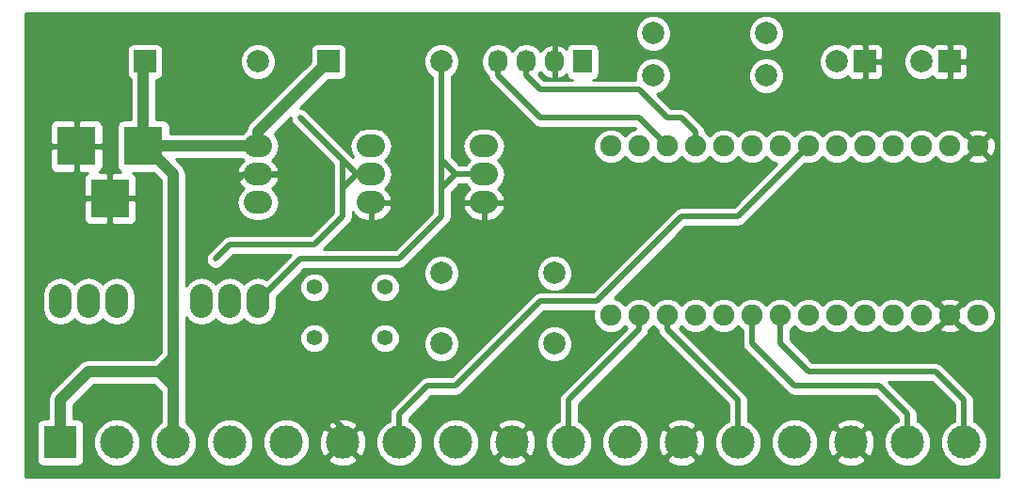
<source format=gbr>
G04 #@! TF.FileFunction,Copper,L1,Top,Signal*
%FSLAX46Y46*%
G04 Gerber Fmt 4.6, Leading zero omitted, Abs format (unit mm)*
G04 Created by KiCad (PCBNEW 0.201509221857+6208~30~ubuntu14.04.1-product) date Fri 20 Nov 2015 04:08:02 PM CST*
%MOMM*%
G01*
G04 APERTURE LIST*
%ADD10C,0.100000*%
%ADD11C,1.397000*%
%ADD12O,2.032000X3.048000*%
%ADD13O,2.540000X2.032000*%
%ADD14C,1.900000*%
%ADD15C,1.998980*%
%ADD16R,2.999740X2.999740*%
%ADD17C,2.999740*%
%ADD18R,1.727200X2.032000*%
%ADD19O,1.727200X2.032000*%
%ADD20R,1.998980X1.998980*%
%ADD21R,2.000000X2.000000*%
%ADD22C,2.000000*%
%ADD23R,3.500120X3.500120*%
%ADD24C,0.508000*%
%ADD25C,1.016000*%
%ADD26C,0.508000*%
%ADD27C,0.254000*%
G04 APERTURE END LIST*
D10*
D11*
X139700000Y-111760000D03*
X133350000Y-111760000D03*
X139700000Y-116332000D03*
X133350000Y-116332000D03*
D12*
X123190000Y-113030000D03*
X125730000Y-113030000D03*
X128270000Y-113030000D03*
X110490000Y-113030000D03*
X113030000Y-113030000D03*
X115570000Y-113030000D03*
D13*
X128270000Y-101600000D03*
X128270000Y-104140000D03*
X128270000Y-99060000D03*
D14*
X190500000Y-99060000D03*
X187960000Y-99060000D03*
X185420000Y-99060000D03*
X182880000Y-99060000D03*
X180340000Y-99060000D03*
X177800000Y-99060000D03*
X175260000Y-99060000D03*
X172720000Y-99060000D03*
X170180000Y-99060000D03*
X167640000Y-99060000D03*
X165100000Y-99060000D03*
X162560000Y-99060000D03*
X160020000Y-99060000D03*
X160020000Y-114300000D03*
X162560000Y-114300000D03*
X165100000Y-114300000D03*
X167640000Y-114300000D03*
X170180000Y-114300000D03*
X172720000Y-114300000D03*
X175260000Y-114300000D03*
X177800000Y-114300000D03*
X180340000Y-114300000D03*
X182880000Y-114300000D03*
X185420000Y-114300000D03*
X187960000Y-114300000D03*
X190500000Y-114300000D03*
X193040000Y-114300000D03*
X193040000Y-99060000D03*
D15*
X144780000Y-110490000D03*
X154940000Y-110490000D03*
X173990000Y-92710000D03*
X163830000Y-92710000D03*
X173990000Y-88900000D03*
X163830000Y-88900000D03*
X144780000Y-116840000D03*
X154940000Y-116840000D03*
D16*
X110490000Y-125730000D03*
D17*
X115570000Y-125730000D03*
X120650000Y-125730000D03*
X125730000Y-125730000D03*
X130810000Y-125730000D03*
X135890000Y-125730000D03*
X140970000Y-125730000D03*
X146050000Y-125730000D03*
X151130000Y-125730000D03*
X156210000Y-125730000D03*
X161290000Y-125730000D03*
X166370000Y-125730000D03*
X171450000Y-125730000D03*
X176530000Y-125730000D03*
X181610000Y-125730000D03*
X186690000Y-125730000D03*
X191770000Y-125730000D03*
D18*
X157480000Y-91440000D03*
D19*
X154940000Y-91440000D03*
X152400000Y-91440000D03*
X149860000Y-91440000D03*
D15*
X144780000Y-91437460D03*
D20*
X134620000Y-91437460D03*
D21*
X190500000Y-91440000D03*
D22*
X187960000Y-91440000D03*
D21*
X182880000Y-91440000D03*
D22*
X180340000Y-91440000D03*
D15*
X128270000Y-91437460D03*
D20*
X118110000Y-91437460D03*
D23*
X117960140Y-99060000D03*
X111960660Y-99060000D03*
X114960400Y-103759000D03*
D13*
X138430000Y-101600000D03*
X138430000Y-104140000D03*
X138430000Y-99060000D03*
X148590000Y-101600000D03*
X148590000Y-104140000D03*
X148590000Y-99060000D03*
D24*
X128270000Y-116840000D03*
X123190000Y-107950000D03*
X132080000Y-99060000D03*
X124460000Y-109220000D03*
X132080000Y-96520000D03*
D25*
X119380000Y-119380000D02*
X120650000Y-120650000D01*
X119380000Y-119380000D02*
X120650000Y-118110000D01*
X118110000Y-119380000D02*
X119380000Y-119380000D01*
X110490000Y-125730000D02*
X110490000Y-121920000D01*
X113030000Y-119380000D02*
X118110000Y-119380000D01*
X110490000Y-121920000D02*
X113030000Y-119380000D01*
X117960140Y-99060000D02*
X118110000Y-99060000D01*
X118110000Y-99060000D02*
X120650000Y-101600000D01*
X120650000Y-116840000D02*
X120650000Y-118110000D01*
X120650000Y-101600000D02*
X120650000Y-116840000D01*
X120650000Y-118110000D02*
X120650000Y-120650000D01*
X120650000Y-120650000D02*
X120650000Y-125730000D01*
X128270000Y-99060000D02*
X128270000Y-97787460D01*
X128270000Y-97787460D02*
X134620000Y-91437460D01*
X117960140Y-99060000D02*
X128270000Y-99060000D01*
X117960140Y-99060000D02*
X117960140Y-91587320D01*
X117960140Y-91587320D02*
X118110000Y-91437460D01*
D26*
X135890000Y-125730000D02*
X135890000Y-124460000D01*
X135890000Y-124460000D02*
X128270000Y-116840000D01*
X128270000Y-101600000D02*
X127000000Y-101600000D01*
X123190000Y-105410000D02*
X123190000Y-107950000D01*
X127000000Y-101600000D02*
X123190000Y-105410000D01*
X128270000Y-101600000D02*
X130810000Y-101600000D01*
X132080000Y-100330000D02*
X132080000Y-99060000D01*
X130810000Y-101600000D02*
X132080000Y-100330000D01*
X135890000Y-105410000D02*
X135890000Y-102870000D01*
X133350000Y-107950000D02*
X135890000Y-105410000D01*
X125730000Y-107950000D02*
X133350000Y-107950000D01*
X124460000Y-109220000D02*
X125730000Y-107950000D01*
X135890000Y-100330000D02*
X135890000Y-102870000D01*
X132080000Y-96520000D02*
X135890000Y-100330000D01*
X135890000Y-100330000D02*
X137160000Y-101600000D01*
X138430000Y-101600000D02*
X137160000Y-101600000D01*
X137160000Y-101600000D02*
X135890000Y-102870000D01*
X128270000Y-113030000D02*
X130810000Y-110490000D01*
X144780000Y-105410000D02*
X144780000Y-102870000D01*
X140970000Y-109220000D02*
X144780000Y-105410000D01*
X132080000Y-109220000D02*
X140970000Y-109220000D01*
X130810000Y-110490000D02*
X132080000Y-109220000D01*
X146050000Y-101600000D02*
X148590000Y-101600000D01*
X144780000Y-100330000D02*
X144780000Y-102870000D01*
X144780000Y-100330000D02*
X146050000Y-101600000D01*
X144780000Y-102870000D02*
X146050000Y-101600000D01*
X144780000Y-91437460D02*
X144780000Y-100330000D01*
X152400000Y-91440000D02*
X152400000Y-92710000D01*
X167640000Y-97790000D02*
X167640000Y-99060000D01*
X166370000Y-96520000D02*
X167640000Y-97790000D01*
X165100000Y-96520000D02*
X166370000Y-96520000D01*
X162560000Y-93980000D02*
X165100000Y-96520000D01*
X153670000Y-93980000D02*
X162560000Y-93980000D01*
X152400000Y-92710000D02*
X153670000Y-93980000D01*
X149860000Y-91440000D02*
X149860000Y-92710000D01*
X162560000Y-96520000D02*
X165100000Y-99060000D01*
X153670000Y-96520000D02*
X162560000Y-96520000D01*
X149860000Y-92710000D02*
X153670000Y-96520000D01*
X140970000Y-125730000D02*
X140970000Y-123190000D01*
X171450000Y-105410000D02*
X177800000Y-99060000D01*
X166370000Y-105410000D02*
X171450000Y-105410000D01*
X158750000Y-113030000D02*
X166370000Y-105410000D01*
X153670000Y-113030000D02*
X158750000Y-113030000D01*
X146050000Y-120650000D02*
X153670000Y-113030000D01*
X143510000Y-120650000D02*
X146050000Y-120650000D01*
X140970000Y-123190000D02*
X143510000Y-120650000D01*
X162560000Y-114300000D02*
X162560000Y-115570000D01*
X156210000Y-121920000D02*
X156210000Y-125730000D01*
X162560000Y-115570000D02*
X156210000Y-121920000D01*
X165100000Y-114300000D02*
X165100000Y-115570000D01*
X171450000Y-121920000D02*
X171450000Y-125730000D01*
X165100000Y-115570000D02*
X171450000Y-121920000D01*
X172720000Y-114300000D02*
X172720000Y-116840000D01*
X186690000Y-123190000D02*
X186690000Y-125730000D01*
X184150000Y-120650000D02*
X186690000Y-123190000D01*
X176530000Y-120650000D02*
X184150000Y-120650000D01*
X172720000Y-116840000D02*
X176530000Y-120650000D01*
X175260000Y-114300000D02*
X175260000Y-116840000D01*
X191770000Y-121920000D02*
X191770000Y-125730000D01*
X189230000Y-119380000D02*
X191770000Y-121920000D01*
X177800000Y-119380000D02*
X189230000Y-119380000D01*
X175260000Y-116840000D02*
X177800000Y-119380000D01*
D27*
G36*
X194870000Y-128830000D02*
X107390000Y-128830000D01*
X107390000Y-124230130D01*
X108342690Y-124230130D01*
X108342690Y-127229870D01*
X108386968Y-127465187D01*
X108526040Y-127681311D01*
X108738240Y-127826301D01*
X108990130Y-127877310D01*
X111989870Y-127877310D01*
X112225187Y-127833032D01*
X112441311Y-127693960D01*
X112586301Y-127481760D01*
X112637310Y-127229870D01*
X112637310Y-126152789D01*
X113434760Y-126152789D01*
X113759090Y-126937727D01*
X114359114Y-127538800D01*
X115143485Y-127864499D01*
X115992789Y-127865240D01*
X116777727Y-127540910D01*
X117378800Y-126940886D01*
X117704499Y-126156515D01*
X117705240Y-125307211D01*
X117380910Y-124522273D01*
X116780886Y-123921200D01*
X115996515Y-123595501D01*
X115147211Y-123594760D01*
X114362273Y-123919090D01*
X113761200Y-124519114D01*
X113435501Y-125303485D01*
X113434760Y-126152789D01*
X112637310Y-126152789D01*
X112637310Y-124230130D01*
X112593032Y-123994813D01*
X112453960Y-123778689D01*
X112241760Y-123633699D01*
X111989870Y-123582690D01*
X111633000Y-123582690D01*
X111633000Y-122393446D01*
X113503446Y-120523000D01*
X118906554Y-120523000D01*
X119507000Y-121123446D01*
X119507000Y-123892345D01*
X119442273Y-123919090D01*
X118841200Y-124519114D01*
X118515501Y-125303485D01*
X118514760Y-126152789D01*
X118839090Y-126937727D01*
X119439114Y-127538800D01*
X120223485Y-127864499D01*
X121072789Y-127865240D01*
X121857727Y-127540910D01*
X122458800Y-126940886D01*
X122784499Y-126156515D01*
X122784502Y-126152789D01*
X123594760Y-126152789D01*
X123919090Y-126937727D01*
X124519114Y-127538800D01*
X125303485Y-127864499D01*
X126152789Y-127865240D01*
X126937727Y-127540910D01*
X127538800Y-126940886D01*
X127864499Y-126156515D01*
X127864502Y-126152789D01*
X128674760Y-126152789D01*
X128999090Y-126937727D01*
X129599114Y-127538800D01*
X130383485Y-127864499D01*
X131232789Y-127865240D01*
X132017727Y-127540910D01*
X132315279Y-127243877D01*
X134555728Y-127243877D01*
X134715495Y-127562632D01*
X135506217Y-127872595D01*
X136355366Y-127856367D01*
X137064505Y-127562632D01*
X137224272Y-127243877D01*
X135890000Y-125909605D01*
X134555728Y-127243877D01*
X132315279Y-127243877D01*
X132618800Y-126940886D01*
X132944499Y-126156515D01*
X132945205Y-125346217D01*
X133747405Y-125346217D01*
X133763633Y-126195366D01*
X134057368Y-126904505D01*
X134376123Y-127064272D01*
X135710395Y-125730000D01*
X136069605Y-125730000D01*
X137403877Y-127064272D01*
X137722632Y-126904505D01*
X138017304Y-126152789D01*
X138834760Y-126152789D01*
X139159090Y-126937727D01*
X139759114Y-127538800D01*
X140543485Y-127864499D01*
X141392789Y-127865240D01*
X142177727Y-127540910D01*
X142778800Y-126940886D01*
X143104499Y-126156515D01*
X143104502Y-126152789D01*
X143914760Y-126152789D01*
X144239090Y-126937727D01*
X144839114Y-127538800D01*
X145623485Y-127864499D01*
X146472789Y-127865240D01*
X147257727Y-127540910D01*
X147555279Y-127243877D01*
X149795728Y-127243877D01*
X149955495Y-127562632D01*
X150746217Y-127872595D01*
X151595366Y-127856367D01*
X152304505Y-127562632D01*
X152464272Y-127243877D01*
X151130000Y-125909605D01*
X149795728Y-127243877D01*
X147555279Y-127243877D01*
X147858800Y-126940886D01*
X148184499Y-126156515D01*
X148185205Y-125346217D01*
X148987405Y-125346217D01*
X149003633Y-126195366D01*
X149297368Y-126904505D01*
X149616123Y-127064272D01*
X150950395Y-125730000D01*
X151309605Y-125730000D01*
X152643877Y-127064272D01*
X152962632Y-126904505D01*
X153272595Y-126113783D01*
X153256367Y-125264634D01*
X152962632Y-124555495D01*
X152643877Y-124395728D01*
X151309605Y-125730000D01*
X150950395Y-125730000D01*
X149616123Y-124395728D01*
X149297368Y-124555495D01*
X148987405Y-125346217D01*
X148185205Y-125346217D01*
X148185240Y-125307211D01*
X147860910Y-124522273D01*
X147555295Y-124216123D01*
X149795728Y-124216123D01*
X151130000Y-125550395D01*
X152464272Y-124216123D01*
X152304505Y-123897368D01*
X151513783Y-123587405D01*
X150664634Y-123603633D01*
X149955495Y-123897368D01*
X149795728Y-124216123D01*
X147555295Y-124216123D01*
X147260886Y-123921200D01*
X146476515Y-123595501D01*
X145627211Y-123594760D01*
X144842273Y-123919090D01*
X144241200Y-124519114D01*
X143915501Y-125303485D01*
X143914760Y-126152789D01*
X143104502Y-126152789D01*
X143105240Y-125307211D01*
X142780910Y-124522273D01*
X142180886Y-123921200D01*
X141859000Y-123787541D01*
X141859000Y-123558236D01*
X143878236Y-121539000D01*
X146050000Y-121539000D01*
X146390206Y-121471329D01*
X146678618Y-121278618D01*
X150793542Y-117163694D01*
X153305226Y-117163694D01*
X153553538Y-117764655D01*
X154012927Y-118224846D01*
X154613453Y-118474206D01*
X155263694Y-118474774D01*
X155864655Y-118226462D01*
X156324846Y-117767073D01*
X156574206Y-117166547D01*
X156574774Y-116516306D01*
X156326462Y-115915345D01*
X155867073Y-115455154D01*
X155266547Y-115205794D01*
X154616306Y-115205226D01*
X154015345Y-115453538D01*
X153555154Y-115912927D01*
X153305794Y-116513453D01*
X153305226Y-117163694D01*
X150793542Y-117163694D01*
X154038236Y-113919000D01*
X158461993Y-113919000D01*
X158435276Y-113983341D01*
X158434725Y-114613893D01*
X158675519Y-115196657D01*
X159120997Y-115642914D01*
X159703341Y-115884724D01*
X160333893Y-115885275D01*
X160916657Y-115644481D01*
X161290261Y-115271529D01*
X161445612Y-115427152D01*
X155581382Y-121291382D01*
X155388671Y-121579794D01*
X155321000Y-121920000D01*
X155321000Y-123787395D01*
X155002273Y-123919090D01*
X154401200Y-124519114D01*
X154075501Y-125303485D01*
X154074760Y-126152789D01*
X154399090Y-126937727D01*
X154999114Y-127538800D01*
X155783485Y-127864499D01*
X156632789Y-127865240D01*
X157417727Y-127540910D01*
X158018800Y-126940886D01*
X158344499Y-126156515D01*
X158344502Y-126152789D01*
X159154760Y-126152789D01*
X159479090Y-126937727D01*
X160079114Y-127538800D01*
X160863485Y-127864499D01*
X161712789Y-127865240D01*
X162497727Y-127540910D01*
X162795279Y-127243877D01*
X165035728Y-127243877D01*
X165195495Y-127562632D01*
X165986217Y-127872595D01*
X166835366Y-127856367D01*
X167544505Y-127562632D01*
X167704272Y-127243877D01*
X166370000Y-125909605D01*
X165035728Y-127243877D01*
X162795279Y-127243877D01*
X163098800Y-126940886D01*
X163424499Y-126156515D01*
X163425205Y-125346217D01*
X164227405Y-125346217D01*
X164243633Y-126195366D01*
X164537368Y-126904505D01*
X164856123Y-127064272D01*
X166190395Y-125730000D01*
X166549605Y-125730000D01*
X167883877Y-127064272D01*
X168202632Y-126904505D01*
X168512595Y-126113783D01*
X168496367Y-125264634D01*
X168202632Y-124555495D01*
X167883877Y-124395728D01*
X166549605Y-125730000D01*
X166190395Y-125730000D01*
X164856123Y-124395728D01*
X164537368Y-124555495D01*
X164227405Y-125346217D01*
X163425205Y-125346217D01*
X163425240Y-125307211D01*
X163100910Y-124522273D01*
X162795295Y-124216123D01*
X165035728Y-124216123D01*
X166370000Y-125550395D01*
X167704272Y-124216123D01*
X167544505Y-123897368D01*
X166753783Y-123587405D01*
X165904634Y-123603633D01*
X165195495Y-123897368D01*
X165035728Y-124216123D01*
X162795295Y-124216123D01*
X162500886Y-123921200D01*
X161716515Y-123595501D01*
X160867211Y-123594760D01*
X160082273Y-123919090D01*
X159481200Y-124519114D01*
X159155501Y-125303485D01*
X159154760Y-126152789D01*
X158344502Y-126152789D01*
X158345240Y-125307211D01*
X158020910Y-124522273D01*
X157420886Y-123921200D01*
X157099000Y-123787541D01*
X157099000Y-122288236D01*
X163188618Y-116198618D01*
X163381329Y-115910206D01*
X163432172Y-115654598D01*
X163456657Y-115644481D01*
X163830261Y-115271529D01*
X164200997Y-115642914D01*
X164227710Y-115654006D01*
X164278671Y-115910206D01*
X164471382Y-116198618D01*
X170561000Y-122288236D01*
X170561000Y-123787395D01*
X170242273Y-123919090D01*
X169641200Y-124519114D01*
X169315501Y-125303485D01*
X169314760Y-126152789D01*
X169639090Y-126937727D01*
X170239114Y-127538800D01*
X171023485Y-127864499D01*
X171872789Y-127865240D01*
X172657727Y-127540910D01*
X173258800Y-126940886D01*
X173584499Y-126156515D01*
X173584502Y-126152789D01*
X174394760Y-126152789D01*
X174719090Y-126937727D01*
X175319114Y-127538800D01*
X176103485Y-127864499D01*
X176952789Y-127865240D01*
X177737727Y-127540910D01*
X178035279Y-127243877D01*
X180275728Y-127243877D01*
X180435495Y-127562632D01*
X181226217Y-127872595D01*
X182075366Y-127856367D01*
X182784505Y-127562632D01*
X182944272Y-127243877D01*
X181610000Y-125909605D01*
X180275728Y-127243877D01*
X178035279Y-127243877D01*
X178338800Y-126940886D01*
X178664499Y-126156515D01*
X178665205Y-125346217D01*
X179467405Y-125346217D01*
X179483633Y-126195366D01*
X179777368Y-126904505D01*
X180096123Y-127064272D01*
X181430395Y-125730000D01*
X181789605Y-125730000D01*
X183123877Y-127064272D01*
X183442632Y-126904505D01*
X183752595Y-126113783D01*
X183736367Y-125264634D01*
X183442632Y-124555495D01*
X183123877Y-124395728D01*
X181789605Y-125730000D01*
X181430395Y-125730000D01*
X180096123Y-124395728D01*
X179777368Y-124555495D01*
X179467405Y-125346217D01*
X178665205Y-125346217D01*
X178665240Y-125307211D01*
X178340910Y-124522273D01*
X178035295Y-124216123D01*
X180275728Y-124216123D01*
X181610000Y-125550395D01*
X182944272Y-124216123D01*
X182784505Y-123897368D01*
X181993783Y-123587405D01*
X181144634Y-123603633D01*
X180435495Y-123897368D01*
X180275728Y-124216123D01*
X178035295Y-124216123D01*
X177740886Y-123921200D01*
X176956515Y-123595501D01*
X176107211Y-123594760D01*
X175322273Y-123919090D01*
X174721200Y-124519114D01*
X174395501Y-125303485D01*
X174394760Y-126152789D01*
X173584502Y-126152789D01*
X173585240Y-125307211D01*
X173260910Y-124522273D01*
X172660886Y-123921200D01*
X172339000Y-123787541D01*
X172339000Y-121920000D01*
X172271329Y-121579794D01*
X172078618Y-121291382D01*
X166214377Y-115427141D01*
X166370261Y-115271529D01*
X166740997Y-115642914D01*
X167323341Y-115884724D01*
X167953893Y-115885275D01*
X168536657Y-115644481D01*
X168910261Y-115271529D01*
X169280997Y-115642914D01*
X169863341Y-115884724D01*
X170493893Y-115885275D01*
X171076657Y-115644481D01*
X171450261Y-115271529D01*
X171820997Y-115642914D01*
X171831000Y-115647068D01*
X171831000Y-116840000D01*
X171898671Y-117180206D01*
X172086844Y-117461827D01*
X172091382Y-117468618D01*
X175901382Y-121278618D01*
X176189795Y-121471330D01*
X176530000Y-121539000D01*
X183781764Y-121539000D01*
X185801000Y-123558236D01*
X185801000Y-123787395D01*
X185482273Y-123919090D01*
X184881200Y-124519114D01*
X184555501Y-125303485D01*
X184554760Y-126152789D01*
X184879090Y-126937727D01*
X185479114Y-127538800D01*
X186263485Y-127864499D01*
X187112789Y-127865240D01*
X187897727Y-127540910D01*
X188498800Y-126940886D01*
X188824499Y-126156515D01*
X188825240Y-125307211D01*
X188500910Y-124522273D01*
X187900886Y-123921200D01*
X187579000Y-123787541D01*
X187579000Y-123190000D01*
X187511329Y-122849794D01*
X187318618Y-122561382D01*
X185026236Y-120269000D01*
X188861764Y-120269000D01*
X190881000Y-122288236D01*
X190881000Y-123787395D01*
X190562273Y-123919090D01*
X189961200Y-124519114D01*
X189635501Y-125303485D01*
X189634760Y-126152789D01*
X189959090Y-126937727D01*
X190559114Y-127538800D01*
X191343485Y-127864499D01*
X192192789Y-127865240D01*
X192977727Y-127540910D01*
X193578800Y-126940886D01*
X193904499Y-126156515D01*
X193905240Y-125307211D01*
X193580910Y-124522273D01*
X192980886Y-123921200D01*
X192659000Y-123787541D01*
X192659000Y-121920000D01*
X192591329Y-121579794D01*
X192398618Y-121291382D01*
X189858618Y-118751382D01*
X189589820Y-118571777D01*
X189570206Y-118558671D01*
X189230000Y-118491000D01*
X178168236Y-118491000D01*
X176149000Y-116471764D01*
X176149000Y-115647645D01*
X176156657Y-115644481D01*
X176530261Y-115271529D01*
X176900997Y-115642914D01*
X177483341Y-115884724D01*
X178113893Y-115885275D01*
X178696657Y-115644481D01*
X179070261Y-115271529D01*
X179440997Y-115642914D01*
X180023341Y-115884724D01*
X180653893Y-115885275D01*
X181236657Y-115644481D01*
X181610261Y-115271529D01*
X181980997Y-115642914D01*
X182563341Y-115884724D01*
X183193893Y-115885275D01*
X183776657Y-115644481D01*
X184150261Y-115271529D01*
X184520997Y-115642914D01*
X185103341Y-115884724D01*
X185733893Y-115885275D01*
X186316657Y-115644481D01*
X186690261Y-115271529D01*
X187060997Y-115642914D01*
X187643341Y-115884724D01*
X188273893Y-115885275D01*
X188856657Y-115644481D01*
X189085186Y-115416350D01*
X189563255Y-115416350D01*
X189655792Y-115678019D01*
X190247398Y-115896188D01*
X190877461Y-115871352D01*
X191344208Y-115678019D01*
X191436745Y-115416350D01*
X190500000Y-114479605D01*
X189563255Y-115416350D01*
X189085186Y-115416350D01*
X189296116Y-115205789D01*
X189383650Y-115236745D01*
X190320395Y-114300000D01*
X190679605Y-114300000D01*
X191616350Y-115236745D01*
X191704439Y-115205593D01*
X192140997Y-115642914D01*
X192723341Y-115884724D01*
X193353893Y-115885275D01*
X193936657Y-115644481D01*
X194382914Y-115199003D01*
X194624724Y-114616659D01*
X194625275Y-113986107D01*
X194384481Y-113403343D01*
X193939003Y-112957086D01*
X193356659Y-112715276D01*
X192726107Y-112714725D01*
X192143343Y-112955519D01*
X191703884Y-113394211D01*
X191616350Y-113363255D01*
X190679605Y-114300000D01*
X190320395Y-114300000D01*
X189383650Y-113363255D01*
X189295561Y-113394407D01*
X189085172Y-113183650D01*
X189563255Y-113183650D01*
X190500000Y-114120395D01*
X191436745Y-113183650D01*
X191344208Y-112921981D01*
X190752602Y-112703812D01*
X190122539Y-112728648D01*
X189655792Y-112921981D01*
X189563255Y-113183650D01*
X189085172Y-113183650D01*
X188859003Y-112957086D01*
X188276659Y-112715276D01*
X187646107Y-112714725D01*
X187063343Y-112955519D01*
X186689739Y-113328471D01*
X186319003Y-112957086D01*
X185736659Y-112715276D01*
X185106107Y-112714725D01*
X184523343Y-112955519D01*
X184149739Y-113328471D01*
X183779003Y-112957086D01*
X183196659Y-112715276D01*
X182566107Y-112714725D01*
X181983343Y-112955519D01*
X181609739Y-113328471D01*
X181239003Y-112957086D01*
X180656659Y-112715276D01*
X180026107Y-112714725D01*
X179443343Y-112955519D01*
X179069739Y-113328471D01*
X178699003Y-112957086D01*
X178116659Y-112715276D01*
X177486107Y-112714725D01*
X176903343Y-112955519D01*
X176529739Y-113328471D01*
X176159003Y-112957086D01*
X175576659Y-112715276D01*
X174946107Y-112714725D01*
X174363343Y-112955519D01*
X173989739Y-113328471D01*
X173619003Y-112957086D01*
X173036659Y-112715276D01*
X172406107Y-112714725D01*
X171823343Y-112955519D01*
X171449739Y-113328471D01*
X171079003Y-112957086D01*
X170496659Y-112715276D01*
X169866107Y-112714725D01*
X169283343Y-112955519D01*
X168909739Y-113328471D01*
X168539003Y-112957086D01*
X167956659Y-112715276D01*
X167326107Y-112714725D01*
X166743343Y-112955519D01*
X166369739Y-113328471D01*
X165999003Y-112957086D01*
X165416659Y-112715276D01*
X164786107Y-112714725D01*
X164203343Y-112955519D01*
X163829739Y-113328471D01*
X163459003Y-112957086D01*
X162876659Y-112715276D01*
X162246107Y-112714725D01*
X161663343Y-112955519D01*
X161289739Y-113328471D01*
X160919003Y-112957086D01*
X160336659Y-112715276D01*
X160321973Y-112715263D01*
X166738236Y-106299000D01*
X171450000Y-106299000D01*
X171790206Y-106231329D01*
X172078618Y-106038618D01*
X177475689Y-100641547D01*
X177483341Y-100644724D01*
X178113893Y-100645275D01*
X178696657Y-100404481D01*
X179070261Y-100031529D01*
X179440997Y-100402914D01*
X180023341Y-100644724D01*
X180653893Y-100645275D01*
X181236657Y-100404481D01*
X181610261Y-100031529D01*
X181980997Y-100402914D01*
X182563341Y-100644724D01*
X183193893Y-100645275D01*
X183776657Y-100404481D01*
X184150261Y-100031529D01*
X184520997Y-100402914D01*
X185103341Y-100644724D01*
X185733893Y-100645275D01*
X186316657Y-100404481D01*
X186690261Y-100031529D01*
X187060997Y-100402914D01*
X187643341Y-100644724D01*
X188273893Y-100645275D01*
X188856657Y-100404481D01*
X189230261Y-100031529D01*
X189600997Y-100402914D01*
X190183341Y-100644724D01*
X190813893Y-100645275D01*
X191396657Y-100404481D01*
X191625186Y-100176350D01*
X192103255Y-100176350D01*
X192195792Y-100438019D01*
X192787398Y-100656188D01*
X193417461Y-100631352D01*
X193884208Y-100438019D01*
X193976745Y-100176350D01*
X193040000Y-99239605D01*
X192103255Y-100176350D01*
X191625186Y-100176350D01*
X191836116Y-99965789D01*
X191923650Y-99996745D01*
X192860395Y-99060000D01*
X193219605Y-99060000D01*
X194156350Y-99996745D01*
X194418019Y-99904208D01*
X194636188Y-99312602D01*
X194611352Y-98682539D01*
X194418019Y-98215792D01*
X194156350Y-98123255D01*
X193219605Y-99060000D01*
X192860395Y-99060000D01*
X191923650Y-98123255D01*
X191835561Y-98154407D01*
X191625172Y-97943650D01*
X192103255Y-97943650D01*
X193040000Y-98880395D01*
X193976745Y-97943650D01*
X193884208Y-97681981D01*
X193292602Y-97463812D01*
X192662539Y-97488648D01*
X192195792Y-97681981D01*
X192103255Y-97943650D01*
X191625172Y-97943650D01*
X191399003Y-97717086D01*
X190816659Y-97475276D01*
X190186107Y-97474725D01*
X189603343Y-97715519D01*
X189229739Y-98088471D01*
X188859003Y-97717086D01*
X188276659Y-97475276D01*
X187646107Y-97474725D01*
X187063343Y-97715519D01*
X186689739Y-98088471D01*
X186319003Y-97717086D01*
X185736659Y-97475276D01*
X185106107Y-97474725D01*
X184523343Y-97715519D01*
X184149739Y-98088471D01*
X183779003Y-97717086D01*
X183196659Y-97475276D01*
X182566107Y-97474725D01*
X181983343Y-97715519D01*
X181609739Y-98088471D01*
X181239003Y-97717086D01*
X180656659Y-97475276D01*
X180026107Y-97474725D01*
X179443343Y-97715519D01*
X179069739Y-98088471D01*
X178699003Y-97717086D01*
X178116659Y-97475276D01*
X177486107Y-97474725D01*
X176903343Y-97715519D01*
X176529739Y-98088471D01*
X176159003Y-97717086D01*
X175576659Y-97475276D01*
X174946107Y-97474725D01*
X174363343Y-97715519D01*
X173989739Y-98088471D01*
X173619003Y-97717086D01*
X173036659Y-97475276D01*
X172406107Y-97474725D01*
X171823343Y-97715519D01*
X171449739Y-98088471D01*
X171079003Y-97717086D01*
X170496659Y-97475276D01*
X169866107Y-97474725D01*
X169283343Y-97715519D01*
X168909739Y-98088471D01*
X168539003Y-97717086D01*
X168512290Y-97705994D01*
X168461329Y-97449794D01*
X168268618Y-97161382D01*
X166998618Y-95891382D01*
X166812141Y-95766782D01*
X166710206Y-95698671D01*
X166370000Y-95631000D01*
X165468236Y-95631000D01*
X164173731Y-94336495D01*
X164754655Y-94096462D01*
X165214846Y-93637073D01*
X165464206Y-93036547D01*
X165464208Y-93033694D01*
X172355226Y-93033694D01*
X172603538Y-93634655D01*
X173062927Y-94094846D01*
X173663453Y-94344206D01*
X174313694Y-94344774D01*
X174914655Y-94096462D01*
X175374846Y-93637073D01*
X175624206Y-93036547D01*
X175624774Y-92386306D01*
X175376462Y-91785345D01*
X175354950Y-91763795D01*
X178704716Y-91763795D01*
X178953106Y-92364943D01*
X179412637Y-92825278D01*
X180013352Y-93074716D01*
X180663795Y-93075284D01*
X181264943Y-92826894D01*
X181327197Y-92764749D01*
X181341673Y-92799698D01*
X181520301Y-92978327D01*
X181753690Y-93075000D01*
X182594250Y-93075000D01*
X182753000Y-92916250D01*
X182753000Y-91567000D01*
X183007000Y-91567000D01*
X183007000Y-92916250D01*
X183165750Y-93075000D01*
X184006310Y-93075000D01*
X184239699Y-92978327D01*
X184418327Y-92799698D01*
X184515000Y-92566309D01*
X184515000Y-91763795D01*
X186324716Y-91763795D01*
X186573106Y-92364943D01*
X187032637Y-92825278D01*
X187633352Y-93074716D01*
X188283795Y-93075284D01*
X188884943Y-92826894D01*
X188947197Y-92764749D01*
X188961673Y-92799698D01*
X189140301Y-92978327D01*
X189373690Y-93075000D01*
X190214250Y-93075000D01*
X190373000Y-92916250D01*
X190373000Y-91567000D01*
X190627000Y-91567000D01*
X190627000Y-92916250D01*
X190785750Y-93075000D01*
X191626310Y-93075000D01*
X191859699Y-92978327D01*
X192038327Y-92799698D01*
X192135000Y-92566309D01*
X192135000Y-91725750D01*
X191976250Y-91567000D01*
X190627000Y-91567000D01*
X190373000Y-91567000D01*
X190353000Y-91567000D01*
X190353000Y-91313000D01*
X190373000Y-91313000D01*
X190373000Y-89963750D01*
X190627000Y-89963750D01*
X190627000Y-91313000D01*
X191976250Y-91313000D01*
X192135000Y-91154250D01*
X192135000Y-90313691D01*
X192038327Y-90080302D01*
X191859699Y-89901673D01*
X191626310Y-89805000D01*
X190785750Y-89805000D01*
X190627000Y-89963750D01*
X190373000Y-89963750D01*
X190214250Y-89805000D01*
X189373690Y-89805000D01*
X189140301Y-89901673D01*
X188961673Y-90080302D01*
X188947370Y-90114834D01*
X188887363Y-90054722D01*
X188286648Y-89805284D01*
X187636205Y-89804716D01*
X187035057Y-90053106D01*
X186574722Y-90512637D01*
X186325284Y-91113352D01*
X186324716Y-91763795D01*
X184515000Y-91763795D01*
X184515000Y-91725750D01*
X184356250Y-91567000D01*
X183007000Y-91567000D01*
X182753000Y-91567000D01*
X182733000Y-91567000D01*
X182733000Y-91313000D01*
X182753000Y-91313000D01*
X182753000Y-89963750D01*
X183007000Y-89963750D01*
X183007000Y-91313000D01*
X184356250Y-91313000D01*
X184515000Y-91154250D01*
X184515000Y-90313691D01*
X184418327Y-90080302D01*
X184239699Y-89901673D01*
X184006310Y-89805000D01*
X183165750Y-89805000D01*
X183007000Y-89963750D01*
X182753000Y-89963750D01*
X182594250Y-89805000D01*
X181753690Y-89805000D01*
X181520301Y-89901673D01*
X181341673Y-90080302D01*
X181327370Y-90114834D01*
X181267363Y-90054722D01*
X180666648Y-89805284D01*
X180016205Y-89804716D01*
X179415057Y-90053106D01*
X178954722Y-90512637D01*
X178705284Y-91113352D01*
X178704716Y-91763795D01*
X175354950Y-91763795D01*
X174917073Y-91325154D01*
X174316547Y-91075794D01*
X173666306Y-91075226D01*
X173065345Y-91323538D01*
X172605154Y-91782927D01*
X172355794Y-92383453D01*
X172355226Y-93033694D01*
X165464208Y-93033694D01*
X165464774Y-92386306D01*
X165216462Y-91785345D01*
X164757073Y-91325154D01*
X164156547Y-91075794D01*
X163506306Y-91075226D01*
X162905345Y-91323538D01*
X162445154Y-91782927D01*
X162195794Y-92383453D01*
X162195226Y-93033694D01*
X162218904Y-93091000D01*
X158409713Y-93091000D01*
X158578917Y-93059162D01*
X158795041Y-92920090D01*
X158940031Y-92707890D01*
X158991040Y-92456000D01*
X158991040Y-90424000D01*
X158946762Y-90188683D01*
X158807690Y-89972559D01*
X158595490Y-89827569D01*
X158343600Y-89776560D01*
X156616400Y-89776560D01*
X156381083Y-89820838D01*
X156164959Y-89959910D01*
X156019969Y-90172110D01*
X156000768Y-90266927D01*
X155842036Y-90089268D01*
X155314791Y-89835291D01*
X155299026Y-89832642D01*
X155067000Y-89953783D01*
X155067000Y-91313000D01*
X155087000Y-91313000D01*
X155087000Y-91567000D01*
X155067000Y-91567000D01*
X155067000Y-92926217D01*
X155299026Y-93047358D01*
X155314791Y-93044709D01*
X155842036Y-92790732D01*
X155998907Y-92615155D01*
X156013238Y-92691317D01*
X156152310Y-92907441D01*
X156364510Y-93052431D01*
X156554969Y-93091000D01*
X154038236Y-93091000D01*
X153528556Y-92581320D01*
X153666461Y-92374931D01*
X154037964Y-92790732D01*
X154565209Y-93044709D01*
X154580974Y-93047358D01*
X154813000Y-92926217D01*
X154813000Y-91567000D01*
X154793000Y-91567000D01*
X154793000Y-91313000D01*
X154813000Y-91313000D01*
X154813000Y-89953783D01*
X154580974Y-89832642D01*
X154565209Y-89835291D01*
X154037964Y-90089268D01*
X153666461Y-90505069D01*
X153459670Y-90195585D01*
X152973489Y-89870729D01*
X152400000Y-89756655D01*
X151826511Y-89870729D01*
X151340330Y-90195585D01*
X151130000Y-90510366D01*
X150919670Y-90195585D01*
X150433489Y-89870729D01*
X149860000Y-89756655D01*
X149286511Y-89870729D01*
X148800330Y-90195585D01*
X148475474Y-90681766D01*
X148361400Y-91255255D01*
X148361400Y-91624745D01*
X148475474Y-92198234D01*
X148800330Y-92684415D01*
X148991291Y-92812011D01*
X149038671Y-93050206D01*
X149231382Y-93338618D01*
X153041382Y-97148618D01*
X153329795Y-97341330D01*
X153670000Y-97409000D01*
X162191764Y-97409000D01*
X162257499Y-97474735D01*
X162246107Y-97474725D01*
X161663343Y-97715519D01*
X161289739Y-98088471D01*
X160919003Y-97717086D01*
X160336659Y-97475276D01*
X159706107Y-97474725D01*
X159123343Y-97715519D01*
X158677086Y-98160997D01*
X158435276Y-98743341D01*
X158434725Y-99373893D01*
X158675519Y-99956657D01*
X159120997Y-100402914D01*
X159703341Y-100644724D01*
X160333893Y-100645275D01*
X160916657Y-100404481D01*
X161290261Y-100031529D01*
X161660997Y-100402914D01*
X162243341Y-100644724D01*
X162873893Y-100645275D01*
X163456657Y-100404481D01*
X163830261Y-100031529D01*
X164200997Y-100402914D01*
X164783341Y-100644724D01*
X165413893Y-100645275D01*
X165996657Y-100404481D01*
X166370261Y-100031529D01*
X166740997Y-100402914D01*
X167323341Y-100644724D01*
X167953893Y-100645275D01*
X168536657Y-100404481D01*
X168910261Y-100031529D01*
X169280997Y-100402914D01*
X169863341Y-100644724D01*
X170493893Y-100645275D01*
X171076657Y-100404481D01*
X171450261Y-100031529D01*
X171820997Y-100402914D01*
X172403341Y-100644724D01*
X173033893Y-100645275D01*
X173616657Y-100404481D01*
X173990261Y-100031529D01*
X174360997Y-100402914D01*
X174943341Y-100644724D01*
X174958027Y-100644737D01*
X171081764Y-104521000D01*
X166370000Y-104521000D01*
X166029794Y-104588671D01*
X165741382Y-104781382D01*
X158381764Y-112141000D01*
X153670000Y-112141000D01*
X153329794Y-112208671D01*
X153041382Y-112401382D01*
X145681764Y-119761000D01*
X143510000Y-119761000D01*
X143169794Y-119828671D01*
X142881382Y-120021382D01*
X140341382Y-122561382D01*
X140148671Y-122849794D01*
X140081000Y-123190000D01*
X140081000Y-123787395D01*
X139762273Y-123919090D01*
X139161200Y-124519114D01*
X138835501Y-125303485D01*
X138834760Y-126152789D01*
X138017304Y-126152789D01*
X138032595Y-126113783D01*
X138016367Y-125264634D01*
X137722632Y-124555495D01*
X137403877Y-124395728D01*
X136069605Y-125730000D01*
X135710395Y-125730000D01*
X134376123Y-124395728D01*
X134057368Y-124555495D01*
X133747405Y-125346217D01*
X132945205Y-125346217D01*
X132945240Y-125307211D01*
X132620910Y-124522273D01*
X132315295Y-124216123D01*
X134555728Y-124216123D01*
X135890000Y-125550395D01*
X137224272Y-124216123D01*
X137064505Y-123897368D01*
X136273783Y-123587405D01*
X135424634Y-123603633D01*
X134715495Y-123897368D01*
X134555728Y-124216123D01*
X132315295Y-124216123D01*
X132020886Y-123921200D01*
X131236515Y-123595501D01*
X130387211Y-123594760D01*
X129602273Y-123919090D01*
X129001200Y-124519114D01*
X128675501Y-125303485D01*
X128674760Y-126152789D01*
X127864502Y-126152789D01*
X127865240Y-125307211D01*
X127540910Y-124522273D01*
X126940886Y-123921200D01*
X126156515Y-123595501D01*
X125307211Y-123594760D01*
X124522273Y-123919090D01*
X123921200Y-124519114D01*
X123595501Y-125303485D01*
X123594760Y-126152789D01*
X122784502Y-126152789D01*
X122785240Y-125307211D01*
X122460910Y-124522273D01*
X121860886Y-123921200D01*
X121793000Y-123893011D01*
X121793000Y-116596086D01*
X132016269Y-116596086D01*
X132218854Y-117086380D01*
X132593647Y-117461827D01*
X133083587Y-117665268D01*
X133614086Y-117665731D01*
X134104380Y-117463146D01*
X134479827Y-117088353D01*
X134683268Y-116598413D01*
X134683270Y-116596086D01*
X138366269Y-116596086D01*
X138568854Y-117086380D01*
X138943647Y-117461827D01*
X139433587Y-117665268D01*
X139964086Y-117665731D01*
X140454380Y-117463146D01*
X140754354Y-117163694D01*
X143145226Y-117163694D01*
X143393538Y-117764655D01*
X143852927Y-118224846D01*
X144453453Y-118474206D01*
X145103694Y-118474774D01*
X145704655Y-118226462D01*
X146164846Y-117767073D01*
X146414206Y-117166547D01*
X146414774Y-116516306D01*
X146166462Y-115915345D01*
X145707073Y-115455154D01*
X145106547Y-115205794D01*
X144456306Y-115205226D01*
X143855345Y-115453538D01*
X143395154Y-115912927D01*
X143145794Y-116513453D01*
X143145226Y-117163694D01*
X140754354Y-117163694D01*
X140829827Y-117088353D01*
X141033268Y-116598413D01*
X141033731Y-116067914D01*
X140831146Y-115577620D01*
X140456353Y-115202173D01*
X139966413Y-114998732D01*
X139435914Y-114998269D01*
X138945620Y-115200854D01*
X138570173Y-115575647D01*
X138366732Y-116065587D01*
X138366269Y-116596086D01*
X134683270Y-116596086D01*
X134683731Y-116067914D01*
X134481146Y-115577620D01*
X134106353Y-115202173D01*
X133616413Y-114998732D01*
X133085914Y-114998269D01*
X132595620Y-115200854D01*
X132220173Y-115575647D01*
X132016732Y-116065587D01*
X132016269Y-116596086D01*
X121793000Y-116596086D01*
X121793000Y-114404159D01*
X122022567Y-114747730D01*
X122558190Y-115105622D01*
X123190000Y-115231297D01*
X123821810Y-115105622D01*
X124357433Y-114747730D01*
X124460000Y-114594228D01*
X124562567Y-114747730D01*
X125098190Y-115105622D01*
X125730000Y-115231297D01*
X126361810Y-115105622D01*
X126897433Y-114747730D01*
X127000000Y-114594228D01*
X127102567Y-114747730D01*
X127638190Y-115105622D01*
X128270000Y-115231297D01*
X128901810Y-115105622D01*
X129437433Y-114747730D01*
X129795325Y-114212107D01*
X129921000Y-113580297D01*
X129921000Y-112636236D01*
X130533150Y-112024086D01*
X132016269Y-112024086D01*
X132218854Y-112514380D01*
X132593647Y-112889827D01*
X133083587Y-113093268D01*
X133614086Y-113093731D01*
X134104380Y-112891146D01*
X134479827Y-112516353D01*
X134683268Y-112026413D01*
X134683270Y-112024086D01*
X138366269Y-112024086D01*
X138568854Y-112514380D01*
X138943647Y-112889827D01*
X139433587Y-113093268D01*
X139964086Y-113093731D01*
X140454380Y-112891146D01*
X140829827Y-112516353D01*
X141033268Y-112026413D01*
X141033731Y-111495914D01*
X140831146Y-111005620D01*
X140639555Y-110813694D01*
X143145226Y-110813694D01*
X143393538Y-111414655D01*
X143852927Y-111874846D01*
X144453453Y-112124206D01*
X145103694Y-112124774D01*
X145704655Y-111876462D01*
X146164846Y-111417073D01*
X146414206Y-110816547D01*
X146414208Y-110813694D01*
X153305226Y-110813694D01*
X153553538Y-111414655D01*
X154012927Y-111874846D01*
X154613453Y-112124206D01*
X155263694Y-112124774D01*
X155864655Y-111876462D01*
X156324846Y-111417073D01*
X156574206Y-110816547D01*
X156574774Y-110166306D01*
X156326462Y-109565345D01*
X155867073Y-109105154D01*
X155266547Y-108855794D01*
X154616306Y-108855226D01*
X154015345Y-109103538D01*
X153555154Y-109562927D01*
X153305794Y-110163453D01*
X153305226Y-110813694D01*
X146414208Y-110813694D01*
X146414774Y-110166306D01*
X146166462Y-109565345D01*
X145707073Y-109105154D01*
X145106547Y-108855794D01*
X144456306Y-108855226D01*
X143855345Y-109103538D01*
X143395154Y-109562927D01*
X143145794Y-110163453D01*
X143145226Y-110813694D01*
X140639555Y-110813694D01*
X140456353Y-110630173D01*
X139966413Y-110426732D01*
X139435914Y-110426269D01*
X138945620Y-110628854D01*
X138570173Y-111003647D01*
X138366732Y-111493587D01*
X138366269Y-112024086D01*
X134683270Y-112024086D01*
X134683731Y-111495914D01*
X134481146Y-111005620D01*
X134106353Y-110630173D01*
X133616413Y-110426732D01*
X133085914Y-110426269D01*
X132595620Y-110628854D01*
X132220173Y-111003647D01*
X132016732Y-111493587D01*
X132016269Y-112024086D01*
X130533150Y-112024086D01*
X132448236Y-110109000D01*
X140970000Y-110109000D01*
X141310206Y-110041329D01*
X141598618Y-109848618D01*
X145408618Y-106038618D01*
X145601330Y-105750205D01*
X145669000Y-105410000D01*
X145669000Y-104522944D01*
X146730025Y-104522944D01*
X146762074Y-104654477D01*
X147078764Y-105217630D01*
X147586857Y-105616724D01*
X148209000Y-105791000D01*
X148463000Y-105791000D01*
X148463000Y-104267000D01*
X148717000Y-104267000D01*
X148717000Y-105791000D01*
X148971000Y-105791000D01*
X149593143Y-105616724D01*
X150101236Y-105217630D01*
X150417926Y-104654477D01*
X150449975Y-104522944D01*
X150330836Y-104267000D01*
X148717000Y-104267000D01*
X148463000Y-104267000D01*
X146849164Y-104267000D01*
X146730025Y-104522944D01*
X145669000Y-104522944D01*
X145669000Y-103238236D01*
X146418236Y-102489000D01*
X146945203Y-102489000D01*
X147131246Y-102767433D01*
X147305781Y-102884054D01*
X147078764Y-103062370D01*
X146762074Y-103625523D01*
X146730025Y-103757056D01*
X146849164Y-104013000D01*
X148463000Y-104013000D01*
X148463000Y-103993000D01*
X148717000Y-103993000D01*
X148717000Y-104013000D01*
X150330836Y-104013000D01*
X150449975Y-103757056D01*
X150417926Y-103625523D01*
X150101236Y-103062370D01*
X149874219Y-102884054D01*
X150048754Y-102767433D01*
X150406646Y-102231810D01*
X150532321Y-101600000D01*
X150406646Y-100968190D01*
X150048754Y-100432567D01*
X149895252Y-100330000D01*
X150048754Y-100227433D01*
X150406646Y-99691810D01*
X150532321Y-99060000D01*
X150406646Y-98428190D01*
X150048754Y-97892567D01*
X149513131Y-97534675D01*
X148881321Y-97409000D01*
X148298679Y-97409000D01*
X147666869Y-97534675D01*
X147131246Y-97892567D01*
X146773354Y-98428190D01*
X146647679Y-99060000D01*
X146773354Y-99691810D01*
X147131246Y-100227433D01*
X147284748Y-100330000D01*
X147131246Y-100432567D01*
X146945203Y-100711000D01*
X146418236Y-100711000D01*
X145669000Y-99961764D01*
X145669000Y-92838654D01*
X145704655Y-92823922D01*
X146164846Y-92364533D01*
X146414206Y-91764007D01*
X146414774Y-91113766D01*
X146166462Y-90512805D01*
X145707073Y-90052614D01*
X145106547Y-89803254D01*
X144456306Y-89802686D01*
X143855345Y-90050998D01*
X143395154Y-90510387D01*
X143145794Y-91110913D01*
X143145226Y-91761154D01*
X143393538Y-92362115D01*
X143852927Y-92822306D01*
X143891000Y-92838115D01*
X143891000Y-105041764D01*
X140601764Y-108331000D01*
X134226236Y-108331000D01*
X136518618Y-106038618D01*
X136711329Y-105750206D01*
X136779000Y-105410000D01*
X136779000Y-104969095D01*
X136918764Y-105217630D01*
X137426857Y-105616724D01*
X138049000Y-105791000D01*
X138303000Y-105791000D01*
X138303000Y-104267000D01*
X138557000Y-104267000D01*
X138557000Y-105791000D01*
X138811000Y-105791000D01*
X139433143Y-105616724D01*
X139941236Y-105217630D01*
X140257926Y-104654477D01*
X140289975Y-104522944D01*
X140170836Y-104267000D01*
X138557000Y-104267000D01*
X138303000Y-104267000D01*
X138283000Y-104267000D01*
X138283000Y-104013000D01*
X138303000Y-104013000D01*
X138303000Y-103993000D01*
X138557000Y-103993000D01*
X138557000Y-104013000D01*
X140170836Y-104013000D01*
X140289975Y-103757056D01*
X140257926Y-103625523D01*
X139941236Y-103062370D01*
X139714219Y-102884054D01*
X139888754Y-102767433D01*
X140246646Y-102231810D01*
X140372321Y-101600000D01*
X140246646Y-100968190D01*
X139888754Y-100432567D01*
X139735252Y-100330000D01*
X139888754Y-100227433D01*
X140246646Y-99691810D01*
X140372321Y-99060000D01*
X140246646Y-98428190D01*
X139888754Y-97892567D01*
X139353131Y-97534675D01*
X138721321Y-97409000D01*
X138138679Y-97409000D01*
X137506869Y-97534675D01*
X136971246Y-97892567D01*
X136613354Y-98428190D01*
X136487679Y-99060000D01*
X136613354Y-99691810D01*
X136823396Y-100006160D01*
X132708618Y-95891382D01*
X132584236Y-95766782D01*
X132257609Y-95631154D01*
X132042939Y-95630967D01*
X134589516Y-93084390D01*
X135619490Y-93084390D01*
X135854807Y-93040112D01*
X136070931Y-92901040D01*
X136215921Y-92688840D01*
X136266930Y-92436950D01*
X136266930Y-90437970D01*
X136222652Y-90202653D01*
X136083580Y-89986529D01*
X135871380Y-89841539D01*
X135619490Y-89790530D01*
X133620510Y-89790530D01*
X133385193Y-89834808D01*
X133169069Y-89973880D01*
X133024079Y-90186080D01*
X132973070Y-90437970D01*
X132973070Y-91467944D01*
X127461777Y-96979237D01*
X127214006Y-97350053D01*
X127151288Y-97665358D01*
X126811246Y-97892567D01*
X126794920Y-97917000D01*
X120357640Y-97917000D01*
X120357640Y-97309940D01*
X120313362Y-97074623D01*
X120174290Y-96858499D01*
X119962090Y-96713509D01*
X119710200Y-96662500D01*
X119103140Y-96662500D01*
X119103140Y-93084390D01*
X119109490Y-93084390D01*
X119344807Y-93040112D01*
X119560931Y-92901040D01*
X119705921Y-92688840D01*
X119756930Y-92436950D01*
X119756930Y-91761154D01*
X126635226Y-91761154D01*
X126883538Y-92362115D01*
X127342927Y-92822306D01*
X127943453Y-93071666D01*
X128593694Y-93072234D01*
X129194655Y-92823922D01*
X129654846Y-92364533D01*
X129904206Y-91764007D01*
X129904774Y-91113766D01*
X129656462Y-90512805D01*
X129197073Y-90052614D01*
X128596547Y-89803254D01*
X127946306Y-89802686D01*
X127345345Y-90050998D01*
X126885154Y-90510387D01*
X126635794Y-91110913D01*
X126635226Y-91761154D01*
X119756930Y-91761154D01*
X119756930Y-90437970D01*
X119712652Y-90202653D01*
X119573580Y-89986529D01*
X119361380Y-89841539D01*
X119109490Y-89790530D01*
X117110510Y-89790530D01*
X116875193Y-89834808D01*
X116659069Y-89973880D01*
X116514079Y-90186080D01*
X116463070Y-90437970D01*
X116463070Y-92436950D01*
X116507348Y-92672267D01*
X116646420Y-92888391D01*
X116817140Y-93005039D01*
X116817140Y-96662500D01*
X116210080Y-96662500D01*
X115974763Y-96706778D01*
X115758639Y-96845850D01*
X115613649Y-97058050D01*
X115562640Y-97309940D01*
X115562640Y-100810060D01*
X115606918Y-101045377D01*
X115745990Y-101261501D01*
X115910550Y-101373940D01*
X115246150Y-101373940D01*
X115087400Y-101532690D01*
X115087400Y-103632000D01*
X117186710Y-103632000D01*
X117345460Y-103473250D01*
X117345460Y-101882630D01*
X117248787Y-101649241D01*
X117070158Y-101470613D01*
X117038500Y-101457500D01*
X118891054Y-101457500D01*
X119507000Y-102073446D01*
X119507000Y-117636554D01*
X118906554Y-118237000D01*
X113030000Y-118237000D01*
X112592593Y-118324006D01*
X112221777Y-118571777D01*
X109681777Y-121111777D01*
X109434006Y-121482593D01*
X109347000Y-121920000D01*
X109347000Y-123582690D01*
X108990130Y-123582690D01*
X108754813Y-123626968D01*
X108538689Y-123766040D01*
X108393699Y-123978240D01*
X108342690Y-124230130D01*
X107390000Y-124230130D01*
X107390000Y-112479703D01*
X108839000Y-112479703D01*
X108839000Y-113580297D01*
X108964675Y-114212107D01*
X109322567Y-114747730D01*
X109858190Y-115105622D01*
X110490000Y-115231297D01*
X111121810Y-115105622D01*
X111657433Y-114747730D01*
X111760000Y-114594228D01*
X111862567Y-114747730D01*
X112398190Y-115105622D01*
X113030000Y-115231297D01*
X113661810Y-115105622D01*
X114197433Y-114747730D01*
X114300000Y-114594228D01*
X114402567Y-114747730D01*
X114938190Y-115105622D01*
X115570000Y-115231297D01*
X116201810Y-115105622D01*
X116737433Y-114747730D01*
X117095325Y-114212107D01*
X117221000Y-113580297D01*
X117221000Y-112479703D01*
X117095325Y-111847893D01*
X116737433Y-111312270D01*
X116201810Y-110954378D01*
X115570000Y-110828703D01*
X114938190Y-110954378D01*
X114402567Y-111312270D01*
X114300000Y-111465772D01*
X114197433Y-111312270D01*
X113661810Y-110954378D01*
X113030000Y-110828703D01*
X112398190Y-110954378D01*
X111862567Y-111312270D01*
X111760000Y-111465772D01*
X111657433Y-111312270D01*
X111121810Y-110954378D01*
X110490000Y-110828703D01*
X109858190Y-110954378D01*
X109322567Y-111312270D01*
X108964675Y-111847893D01*
X108839000Y-112479703D01*
X107390000Y-112479703D01*
X107390000Y-104044750D01*
X112575340Y-104044750D01*
X112575340Y-105635370D01*
X112672013Y-105868759D01*
X112850642Y-106047387D01*
X113084031Y-106144060D01*
X114674650Y-106144060D01*
X114833400Y-105985310D01*
X114833400Y-103886000D01*
X115087400Y-103886000D01*
X115087400Y-105985310D01*
X115246150Y-106144060D01*
X116836769Y-106144060D01*
X117070158Y-106047387D01*
X117248787Y-105868759D01*
X117345460Y-105635370D01*
X117345460Y-104044750D01*
X117186710Y-103886000D01*
X115087400Y-103886000D01*
X114833400Y-103886000D01*
X112734090Y-103886000D01*
X112575340Y-104044750D01*
X107390000Y-104044750D01*
X107390000Y-99345750D01*
X109575600Y-99345750D01*
X109575600Y-100936370D01*
X109672273Y-101169759D01*
X109850902Y-101348387D01*
X110084291Y-101445060D01*
X111674910Y-101445060D01*
X111833660Y-101286310D01*
X111833660Y-99187000D01*
X112087660Y-99187000D01*
X112087660Y-101286310D01*
X112246410Y-101445060D01*
X112912332Y-101445060D01*
X112850642Y-101470613D01*
X112672013Y-101649241D01*
X112575340Y-101882630D01*
X112575340Y-103473250D01*
X112734090Y-103632000D01*
X114833400Y-103632000D01*
X114833400Y-101532690D01*
X114674650Y-101373940D01*
X114008728Y-101373940D01*
X114070418Y-101348387D01*
X114249047Y-101169759D01*
X114345720Y-100936370D01*
X114345720Y-99345750D01*
X114186970Y-99187000D01*
X112087660Y-99187000D01*
X111833660Y-99187000D01*
X109734350Y-99187000D01*
X109575600Y-99345750D01*
X107390000Y-99345750D01*
X107390000Y-97183630D01*
X109575600Y-97183630D01*
X109575600Y-98774250D01*
X109734350Y-98933000D01*
X111833660Y-98933000D01*
X111833660Y-96833690D01*
X112087660Y-96833690D01*
X112087660Y-98933000D01*
X114186970Y-98933000D01*
X114345720Y-98774250D01*
X114345720Y-97183630D01*
X114249047Y-96950241D01*
X114070418Y-96771613D01*
X113837029Y-96674940D01*
X112246410Y-96674940D01*
X112087660Y-96833690D01*
X111833660Y-96833690D01*
X111674910Y-96674940D01*
X110084291Y-96674940D01*
X109850902Y-96771613D01*
X109672273Y-96950241D01*
X109575600Y-97183630D01*
X107390000Y-97183630D01*
X107390000Y-89223694D01*
X162195226Y-89223694D01*
X162443538Y-89824655D01*
X162902927Y-90284846D01*
X163503453Y-90534206D01*
X164153694Y-90534774D01*
X164754655Y-90286462D01*
X165214846Y-89827073D01*
X165464206Y-89226547D01*
X165464208Y-89223694D01*
X172355226Y-89223694D01*
X172603538Y-89824655D01*
X173062927Y-90284846D01*
X173663453Y-90534206D01*
X174313694Y-90534774D01*
X174914655Y-90286462D01*
X175374846Y-89827073D01*
X175624206Y-89226547D01*
X175624774Y-88576306D01*
X175376462Y-87975345D01*
X174917073Y-87515154D01*
X174316547Y-87265794D01*
X173666306Y-87265226D01*
X173065345Y-87513538D01*
X172605154Y-87972927D01*
X172355794Y-88573453D01*
X172355226Y-89223694D01*
X165464208Y-89223694D01*
X165464774Y-88576306D01*
X165216462Y-87975345D01*
X164757073Y-87515154D01*
X164156547Y-87265794D01*
X163506306Y-87265226D01*
X162905345Y-87513538D01*
X162445154Y-87972927D01*
X162195794Y-88573453D01*
X162195226Y-89223694D01*
X107390000Y-89223694D01*
X107390000Y-87070000D01*
X194870000Y-87070000D01*
X194870000Y-128830000D01*
X194870000Y-128830000D01*
G37*
X194870000Y-128830000D02*
X107390000Y-128830000D01*
X107390000Y-124230130D01*
X108342690Y-124230130D01*
X108342690Y-127229870D01*
X108386968Y-127465187D01*
X108526040Y-127681311D01*
X108738240Y-127826301D01*
X108990130Y-127877310D01*
X111989870Y-127877310D01*
X112225187Y-127833032D01*
X112441311Y-127693960D01*
X112586301Y-127481760D01*
X112637310Y-127229870D01*
X112637310Y-126152789D01*
X113434760Y-126152789D01*
X113759090Y-126937727D01*
X114359114Y-127538800D01*
X115143485Y-127864499D01*
X115992789Y-127865240D01*
X116777727Y-127540910D01*
X117378800Y-126940886D01*
X117704499Y-126156515D01*
X117705240Y-125307211D01*
X117380910Y-124522273D01*
X116780886Y-123921200D01*
X115996515Y-123595501D01*
X115147211Y-123594760D01*
X114362273Y-123919090D01*
X113761200Y-124519114D01*
X113435501Y-125303485D01*
X113434760Y-126152789D01*
X112637310Y-126152789D01*
X112637310Y-124230130D01*
X112593032Y-123994813D01*
X112453960Y-123778689D01*
X112241760Y-123633699D01*
X111989870Y-123582690D01*
X111633000Y-123582690D01*
X111633000Y-122393446D01*
X113503446Y-120523000D01*
X118906554Y-120523000D01*
X119507000Y-121123446D01*
X119507000Y-123892345D01*
X119442273Y-123919090D01*
X118841200Y-124519114D01*
X118515501Y-125303485D01*
X118514760Y-126152789D01*
X118839090Y-126937727D01*
X119439114Y-127538800D01*
X120223485Y-127864499D01*
X121072789Y-127865240D01*
X121857727Y-127540910D01*
X122458800Y-126940886D01*
X122784499Y-126156515D01*
X122784502Y-126152789D01*
X123594760Y-126152789D01*
X123919090Y-126937727D01*
X124519114Y-127538800D01*
X125303485Y-127864499D01*
X126152789Y-127865240D01*
X126937727Y-127540910D01*
X127538800Y-126940886D01*
X127864499Y-126156515D01*
X127864502Y-126152789D01*
X128674760Y-126152789D01*
X128999090Y-126937727D01*
X129599114Y-127538800D01*
X130383485Y-127864499D01*
X131232789Y-127865240D01*
X132017727Y-127540910D01*
X132315279Y-127243877D01*
X134555728Y-127243877D01*
X134715495Y-127562632D01*
X135506217Y-127872595D01*
X136355366Y-127856367D01*
X137064505Y-127562632D01*
X137224272Y-127243877D01*
X135890000Y-125909605D01*
X134555728Y-127243877D01*
X132315279Y-127243877D01*
X132618800Y-126940886D01*
X132944499Y-126156515D01*
X132945205Y-125346217D01*
X133747405Y-125346217D01*
X133763633Y-126195366D01*
X134057368Y-126904505D01*
X134376123Y-127064272D01*
X135710395Y-125730000D01*
X136069605Y-125730000D01*
X137403877Y-127064272D01*
X137722632Y-126904505D01*
X138017304Y-126152789D01*
X138834760Y-126152789D01*
X139159090Y-126937727D01*
X139759114Y-127538800D01*
X140543485Y-127864499D01*
X141392789Y-127865240D01*
X142177727Y-127540910D01*
X142778800Y-126940886D01*
X143104499Y-126156515D01*
X143104502Y-126152789D01*
X143914760Y-126152789D01*
X144239090Y-126937727D01*
X144839114Y-127538800D01*
X145623485Y-127864499D01*
X146472789Y-127865240D01*
X147257727Y-127540910D01*
X147555279Y-127243877D01*
X149795728Y-127243877D01*
X149955495Y-127562632D01*
X150746217Y-127872595D01*
X151595366Y-127856367D01*
X152304505Y-127562632D01*
X152464272Y-127243877D01*
X151130000Y-125909605D01*
X149795728Y-127243877D01*
X147555279Y-127243877D01*
X147858800Y-126940886D01*
X148184499Y-126156515D01*
X148185205Y-125346217D01*
X148987405Y-125346217D01*
X149003633Y-126195366D01*
X149297368Y-126904505D01*
X149616123Y-127064272D01*
X150950395Y-125730000D01*
X151309605Y-125730000D01*
X152643877Y-127064272D01*
X152962632Y-126904505D01*
X153272595Y-126113783D01*
X153256367Y-125264634D01*
X152962632Y-124555495D01*
X152643877Y-124395728D01*
X151309605Y-125730000D01*
X150950395Y-125730000D01*
X149616123Y-124395728D01*
X149297368Y-124555495D01*
X148987405Y-125346217D01*
X148185205Y-125346217D01*
X148185240Y-125307211D01*
X147860910Y-124522273D01*
X147555295Y-124216123D01*
X149795728Y-124216123D01*
X151130000Y-125550395D01*
X152464272Y-124216123D01*
X152304505Y-123897368D01*
X151513783Y-123587405D01*
X150664634Y-123603633D01*
X149955495Y-123897368D01*
X149795728Y-124216123D01*
X147555295Y-124216123D01*
X147260886Y-123921200D01*
X146476515Y-123595501D01*
X145627211Y-123594760D01*
X144842273Y-123919090D01*
X144241200Y-124519114D01*
X143915501Y-125303485D01*
X143914760Y-126152789D01*
X143104502Y-126152789D01*
X143105240Y-125307211D01*
X142780910Y-124522273D01*
X142180886Y-123921200D01*
X141859000Y-123787541D01*
X141859000Y-123558236D01*
X143878236Y-121539000D01*
X146050000Y-121539000D01*
X146390206Y-121471329D01*
X146678618Y-121278618D01*
X150793542Y-117163694D01*
X153305226Y-117163694D01*
X153553538Y-117764655D01*
X154012927Y-118224846D01*
X154613453Y-118474206D01*
X155263694Y-118474774D01*
X155864655Y-118226462D01*
X156324846Y-117767073D01*
X156574206Y-117166547D01*
X156574774Y-116516306D01*
X156326462Y-115915345D01*
X155867073Y-115455154D01*
X155266547Y-115205794D01*
X154616306Y-115205226D01*
X154015345Y-115453538D01*
X153555154Y-115912927D01*
X153305794Y-116513453D01*
X153305226Y-117163694D01*
X150793542Y-117163694D01*
X154038236Y-113919000D01*
X158461993Y-113919000D01*
X158435276Y-113983341D01*
X158434725Y-114613893D01*
X158675519Y-115196657D01*
X159120997Y-115642914D01*
X159703341Y-115884724D01*
X160333893Y-115885275D01*
X160916657Y-115644481D01*
X161290261Y-115271529D01*
X161445612Y-115427152D01*
X155581382Y-121291382D01*
X155388671Y-121579794D01*
X155321000Y-121920000D01*
X155321000Y-123787395D01*
X155002273Y-123919090D01*
X154401200Y-124519114D01*
X154075501Y-125303485D01*
X154074760Y-126152789D01*
X154399090Y-126937727D01*
X154999114Y-127538800D01*
X155783485Y-127864499D01*
X156632789Y-127865240D01*
X157417727Y-127540910D01*
X158018800Y-126940886D01*
X158344499Y-126156515D01*
X158344502Y-126152789D01*
X159154760Y-126152789D01*
X159479090Y-126937727D01*
X160079114Y-127538800D01*
X160863485Y-127864499D01*
X161712789Y-127865240D01*
X162497727Y-127540910D01*
X162795279Y-127243877D01*
X165035728Y-127243877D01*
X165195495Y-127562632D01*
X165986217Y-127872595D01*
X166835366Y-127856367D01*
X167544505Y-127562632D01*
X167704272Y-127243877D01*
X166370000Y-125909605D01*
X165035728Y-127243877D01*
X162795279Y-127243877D01*
X163098800Y-126940886D01*
X163424499Y-126156515D01*
X163425205Y-125346217D01*
X164227405Y-125346217D01*
X164243633Y-126195366D01*
X164537368Y-126904505D01*
X164856123Y-127064272D01*
X166190395Y-125730000D01*
X166549605Y-125730000D01*
X167883877Y-127064272D01*
X168202632Y-126904505D01*
X168512595Y-126113783D01*
X168496367Y-125264634D01*
X168202632Y-124555495D01*
X167883877Y-124395728D01*
X166549605Y-125730000D01*
X166190395Y-125730000D01*
X164856123Y-124395728D01*
X164537368Y-124555495D01*
X164227405Y-125346217D01*
X163425205Y-125346217D01*
X163425240Y-125307211D01*
X163100910Y-124522273D01*
X162795295Y-124216123D01*
X165035728Y-124216123D01*
X166370000Y-125550395D01*
X167704272Y-124216123D01*
X167544505Y-123897368D01*
X166753783Y-123587405D01*
X165904634Y-123603633D01*
X165195495Y-123897368D01*
X165035728Y-124216123D01*
X162795295Y-124216123D01*
X162500886Y-123921200D01*
X161716515Y-123595501D01*
X160867211Y-123594760D01*
X160082273Y-123919090D01*
X159481200Y-124519114D01*
X159155501Y-125303485D01*
X159154760Y-126152789D01*
X158344502Y-126152789D01*
X158345240Y-125307211D01*
X158020910Y-124522273D01*
X157420886Y-123921200D01*
X157099000Y-123787541D01*
X157099000Y-122288236D01*
X163188618Y-116198618D01*
X163381329Y-115910206D01*
X163432172Y-115654598D01*
X163456657Y-115644481D01*
X163830261Y-115271529D01*
X164200997Y-115642914D01*
X164227710Y-115654006D01*
X164278671Y-115910206D01*
X164471382Y-116198618D01*
X170561000Y-122288236D01*
X170561000Y-123787395D01*
X170242273Y-123919090D01*
X169641200Y-124519114D01*
X169315501Y-125303485D01*
X169314760Y-126152789D01*
X169639090Y-126937727D01*
X170239114Y-127538800D01*
X171023485Y-127864499D01*
X171872789Y-127865240D01*
X172657727Y-127540910D01*
X173258800Y-126940886D01*
X173584499Y-126156515D01*
X173584502Y-126152789D01*
X174394760Y-126152789D01*
X174719090Y-126937727D01*
X175319114Y-127538800D01*
X176103485Y-127864499D01*
X176952789Y-127865240D01*
X177737727Y-127540910D01*
X178035279Y-127243877D01*
X180275728Y-127243877D01*
X180435495Y-127562632D01*
X181226217Y-127872595D01*
X182075366Y-127856367D01*
X182784505Y-127562632D01*
X182944272Y-127243877D01*
X181610000Y-125909605D01*
X180275728Y-127243877D01*
X178035279Y-127243877D01*
X178338800Y-126940886D01*
X178664499Y-126156515D01*
X178665205Y-125346217D01*
X179467405Y-125346217D01*
X179483633Y-126195366D01*
X179777368Y-126904505D01*
X180096123Y-127064272D01*
X181430395Y-125730000D01*
X181789605Y-125730000D01*
X183123877Y-127064272D01*
X183442632Y-126904505D01*
X183752595Y-126113783D01*
X183736367Y-125264634D01*
X183442632Y-124555495D01*
X183123877Y-124395728D01*
X181789605Y-125730000D01*
X181430395Y-125730000D01*
X180096123Y-124395728D01*
X179777368Y-124555495D01*
X179467405Y-125346217D01*
X178665205Y-125346217D01*
X178665240Y-125307211D01*
X178340910Y-124522273D01*
X178035295Y-124216123D01*
X180275728Y-124216123D01*
X181610000Y-125550395D01*
X182944272Y-124216123D01*
X182784505Y-123897368D01*
X181993783Y-123587405D01*
X181144634Y-123603633D01*
X180435495Y-123897368D01*
X180275728Y-124216123D01*
X178035295Y-124216123D01*
X177740886Y-123921200D01*
X176956515Y-123595501D01*
X176107211Y-123594760D01*
X175322273Y-123919090D01*
X174721200Y-124519114D01*
X174395501Y-125303485D01*
X174394760Y-126152789D01*
X173584502Y-126152789D01*
X173585240Y-125307211D01*
X173260910Y-124522273D01*
X172660886Y-123921200D01*
X172339000Y-123787541D01*
X172339000Y-121920000D01*
X172271329Y-121579794D01*
X172078618Y-121291382D01*
X166214377Y-115427141D01*
X166370261Y-115271529D01*
X166740997Y-115642914D01*
X167323341Y-115884724D01*
X167953893Y-115885275D01*
X168536657Y-115644481D01*
X168910261Y-115271529D01*
X169280997Y-115642914D01*
X169863341Y-115884724D01*
X170493893Y-115885275D01*
X171076657Y-115644481D01*
X171450261Y-115271529D01*
X171820997Y-115642914D01*
X171831000Y-115647068D01*
X171831000Y-116840000D01*
X171898671Y-117180206D01*
X172086844Y-117461827D01*
X172091382Y-117468618D01*
X175901382Y-121278618D01*
X176189795Y-121471330D01*
X176530000Y-121539000D01*
X183781764Y-121539000D01*
X185801000Y-123558236D01*
X185801000Y-123787395D01*
X185482273Y-123919090D01*
X184881200Y-124519114D01*
X184555501Y-125303485D01*
X184554760Y-126152789D01*
X184879090Y-126937727D01*
X185479114Y-127538800D01*
X186263485Y-127864499D01*
X187112789Y-127865240D01*
X187897727Y-127540910D01*
X188498800Y-126940886D01*
X188824499Y-126156515D01*
X188825240Y-125307211D01*
X188500910Y-124522273D01*
X187900886Y-123921200D01*
X187579000Y-123787541D01*
X187579000Y-123190000D01*
X187511329Y-122849794D01*
X187318618Y-122561382D01*
X185026236Y-120269000D01*
X188861764Y-120269000D01*
X190881000Y-122288236D01*
X190881000Y-123787395D01*
X190562273Y-123919090D01*
X189961200Y-124519114D01*
X189635501Y-125303485D01*
X189634760Y-126152789D01*
X189959090Y-126937727D01*
X190559114Y-127538800D01*
X191343485Y-127864499D01*
X192192789Y-127865240D01*
X192977727Y-127540910D01*
X193578800Y-126940886D01*
X193904499Y-126156515D01*
X193905240Y-125307211D01*
X193580910Y-124522273D01*
X192980886Y-123921200D01*
X192659000Y-123787541D01*
X192659000Y-121920000D01*
X192591329Y-121579794D01*
X192398618Y-121291382D01*
X189858618Y-118751382D01*
X189589820Y-118571777D01*
X189570206Y-118558671D01*
X189230000Y-118491000D01*
X178168236Y-118491000D01*
X176149000Y-116471764D01*
X176149000Y-115647645D01*
X176156657Y-115644481D01*
X176530261Y-115271529D01*
X176900997Y-115642914D01*
X177483341Y-115884724D01*
X178113893Y-115885275D01*
X178696657Y-115644481D01*
X179070261Y-115271529D01*
X179440997Y-115642914D01*
X180023341Y-115884724D01*
X180653893Y-115885275D01*
X181236657Y-115644481D01*
X181610261Y-115271529D01*
X181980997Y-115642914D01*
X182563341Y-115884724D01*
X183193893Y-115885275D01*
X183776657Y-115644481D01*
X184150261Y-115271529D01*
X184520997Y-115642914D01*
X185103341Y-115884724D01*
X185733893Y-115885275D01*
X186316657Y-115644481D01*
X186690261Y-115271529D01*
X187060997Y-115642914D01*
X187643341Y-115884724D01*
X188273893Y-115885275D01*
X188856657Y-115644481D01*
X189085186Y-115416350D01*
X189563255Y-115416350D01*
X189655792Y-115678019D01*
X190247398Y-115896188D01*
X190877461Y-115871352D01*
X191344208Y-115678019D01*
X191436745Y-115416350D01*
X190500000Y-114479605D01*
X189563255Y-115416350D01*
X189085186Y-115416350D01*
X189296116Y-115205789D01*
X189383650Y-115236745D01*
X190320395Y-114300000D01*
X190679605Y-114300000D01*
X191616350Y-115236745D01*
X191704439Y-115205593D01*
X192140997Y-115642914D01*
X192723341Y-115884724D01*
X193353893Y-115885275D01*
X193936657Y-115644481D01*
X194382914Y-115199003D01*
X194624724Y-114616659D01*
X194625275Y-113986107D01*
X194384481Y-113403343D01*
X193939003Y-112957086D01*
X193356659Y-112715276D01*
X192726107Y-112714725D01*
X192143343Y-112955519D01*
X191703884Y-113394211D01*
X191616350Y-113363255D01*
X190679605Y-114300000D01*
X190320395Y-114300000D01*
X189383650Y-113363255D01*
X189295561Y-113394407D01*
X189085172Y-113183650D01*
X189563255Y-113183650D01*
X190500000Y-114120395D01*
X191436745Y-113183650D01*
X191344208Y-112921981D01*
X190752602Y-112703812D01*
X190122539Y-112728648D01*
X189655792Y-112921981D01*
X189563255Y-113183650D01*
X189085172Y-113183650D01*
X188859003Y-112957086D01*
X188276659Y-112715276D01*
X187646107Y-112714725D01*
X187063343Y-112955519D01*
X186689739Y-113328471D01*
X186319003Y-112957086D01*
X185736659Y-112715276D01*
X185106107Y-112714725D01*
X184523343Y-112955519D01*
X184149739Y-113328471D01*
X183779003Y-112957086D01*
X183196659Y-112715276D01*
X182566107Y-112714725D01*
X181983343Y-112955519D01*
X181609739Y-113328471D01*
X181239003Y-112957086D01*
X180656659Y-112715276D01*
X180026107Y-112714725D01*
X179443343Y-112955519D01*
X179069739Y-113328471D01*
X178699003Y-112957086D01*
X178116659Y-112715276D01*
X177486107Y-112714725D01*
X176903343Y-112955519D01*
X176529739Y-113328471D01*
X176159003Y-112957086D01*
X175576659Y-112715276D01*
X174946107Y-112714725D01*
X174363343Y-112955519D01*
X173989739Y-113328471D01*
X173619003Y-112957086D01*
X173036659Y-112715276D01*
X172406107Y-112714725D01*
X171823343Y-112955519D01*
X171449739Y-113328471D01*
X171079003Y-112957086D01*
X170496659Y-112715276D01*
X169866107Y-112714725D01*
X169283343Y-112955519D01*
X168909739Y-113328471D01*
X168539003Y-112957086D01*
X167956659Y-112715276D01*
X167326107Y-112714725D01*
X166743343Y-112955519D01*
X166369739Y-113328471D01*
X165999003Y-112957086D01*
X165416659Y-112715276D01*
X164786107Y-112714725D01*
X164203343Y-112955519D01*
X163829739Y-113328471D01*
X163459003Y-112957086D01*
X162876659Y-112715276D01*
X162246107Y-112714725D01*
X161663343Y-112955519D01*
X161289739Y-113328471D01*
X160919003Y-112957086D01*
X160336659Y-112715276D01*
X160321973Y-112715263D01*
X166738236Y-106299000D01*
X171450000Y-106299000D01*
X171790206Y-106231329D01*
X172078618Y-106038618D01*
X177475689Y-100641547D01*
X177483341Y-100644724D01*
X178113893Y-100645275D01*
X178696657Y-100404481D01*
X179070261Y-100031529D01*
X179440997Y-100402914D01*
X180023341Y-100644724D01*
X180653893Y-100645275D01*
X181236657Y-100404481D01*
X181610261Y-100031529D01*
X181980997Y-100402914D01*
X182563341Y-100644724D01*
X183193893Y-100645275D01*
X183776657Y-100404481D01*
X184150261Y-100031529D01*
X184520997Y-100402914D01*
X185103341Y-100644724D01*
X185733893Y-100645275D01*
X186316657Y-100404481D01*
X186690261Y-100031529D01*
X187060997Y-100402914D01*
X187643341Y-100644724D01*
X188273893Y-100645275D01*
X188856657Y-100404481D01*
X189230261Y-100031529D01*
X189600997Y-100402914D01*
X190183341Y-100644724D01*
X190813893Y-100645275D01*
X191396657Y-100404481D01*
X191625186Y-100176350D01*
X192103255Y-100176350D01*
X192195792Y-100438019D01*
X192787398Y-100656188D01*
X193417461Y-100631352D01*
X193884208Y-100438019D01*
X193976745Y-100176350D01*
X193040000Y-99239605D01*
X192103255Y-100176350D01*
X191625186Y-100176350D01*
X191836116Y-99965789D01*
X191923650Y-99996745D01*
X192860395Y-99060000D01*
X193219605Y-99060000D01*
X194156350Y-99996745D01*
X194418019Y-99904208D01*
X194636188Y-99312602D01*
X194611352Y-98682539D01*
X194418019Y-98215792D01*
X194156350Y-98123255D01*
X193219605Y-99060000D01*
X192860395Y-99060000D01*
X191923650Y-98123255D01*
X191835561Y-98154407D01*
X191625172Y-97943650D01*
X192103255Y-97943650D01*
X193040000Y-98880395D01*
X193976745Y-97943650D01*
X193884208Y-97681981D01*
X193292602Y-97463812D01*
X192662539Y-97488648D01*
X192195792Y-97681981D01*
X192103255Y-97943650D01*
X191625172Y-97943650D01*
X191399003Y-97717086D01*
X190816659Y-97475276D01*
X190186107Y-97474725D01*
X189603343Y-97715519D01*
X189229739Y-98088471D01*
X188859003Y-97717086D01*
X188276659Y-97475276D01*
X187646107Y-97474725D01*
X187063343Y-97715519D01*
X186689739Y-98088471D01*
X186319003Y-97717086D01*
X185736659Y-97475276D01*
X185106107Y-97474725D01*
X184523343Y-97715519D01*
X184149739Y-98088471D01*
X183779003Y-97717086D01*
X183196659Y-97475276D01*
X182566107Y-97474725D01*
X181983343Y-97715519D01*
X181609739Y-98088471D01*
X181239003Y-97717086D01*
X180656659Y-97475276D01*
X180026107Y-97474725D01*
X179443343Y-97715519D01*
X179069739Y-98088471D01*
X178699003Y-97717086D01*
X178116659Y-97475276D01*
X177486107Y-97474725D01*
X176903343Y-97715519D01*
X176529739Y-98088471D01*
X176159003Y-97717086D01*
X175576659Y-97475276D01*
X174946107Y-97474725D01*
X174363343Y-97715519D01*
X173989739Y-98088471D01*
X173619003Y-97717086D01*
X173036659Y-97475276D01*
X172406107Y-97474725D01*
X171823343Y-97715519D01*
X171449739Y-98088471D01*
X171079003Y-97717086D01*
X170496659Y-97475276D01*
X169866107Y-97474725D01*
X169283343Y-97715519D01*
X168909739Y-98088471D01*
X168539003Y-97717086D01*
X168512290Y-97705994D01*
X168461329Y-97449794D01*
X168268618Y-97161382D01*
X166998618Y-95891382D01*
X166812141Y-95766782D01*
X166710206Y-95698671D01*
X166370000Y-95631000D01*
X165468236Y-95631000D01*
X164173731Y-94336495D01*
X164754655Y-94096462D01*
X165214846Y-93637073D01*
X165464206Y-93036547D01*
X165464208Y-93033694D01*
X172355226Y-93033694D01*
X172603538Y-93634655D01*
X173062927Y-94094846D01*
X173663453Y-94344206D01*
X174313694Y-94344774D01*
X174914655Y-94096462D01*
X175374846Y-93637073D01*
X175624206Y-93036547D01*
X175624774Y-92386306D01*
X175376462Y-91785345D01*
X175354950Y-91763795D01*
X178704716Y-91763795D01*
X178953106Y-92364943D01*
X179412637Y-92825278D01*
X180013352Y-93074716D01*
X180663795Y-93075284D01*
X181264943Y-92826894D01*
X181327197Y-92764749D01*
X181341673Y-92799698D01*
X181520301Y-92978327D01*
X181753690Y-93075000D01*
X182594250Y-93075000D01*
X182753000Y-92916250D01*
X182753000Y-91567000D01*
X183007000Y-91567000D01*
X183007000Y-92916250D01*
X183165750Y-93075000D01*
X184006310Y-93075000D01*
X184239699Y-92978327D01*
X184418327Y-92799698D01*
X184515000Y-92566309D01*
X184515000Y-91763795D01*
X186324716Y-91763795D01*
X186573106Y-92364943D01*
X187032637Y-92825278D01*
X187633352Y-93074716D01*
X188283795Y-93075284D01*
X188884943Y-92826894D01*
X188947197Y-92764749D01*
X188961673Y-92799698D01*
X189140301Y-92978327D01*
X189373690Y-93075000D01*
X190214250Y-93075000D01*
X190373000Y-92916250D01*
X190373000Y-91567000D01*
X190627000Y-91567000D01*
X190627000Y-92916250D01*
X190785750Y-93075000D01*
X191626310Y-93075000D01*
X191859699Y-92978327D01*
X192038327Y-92799698D01*
X192135000Y-92566309D01*
X192135000Y-91725750D01*
X191976250Y-91567000D01*
X190627000Y-91567000D01*
X190373000Y-91567000D01*
X190353000Y-91567000D01*
X190353000Y-91313000D01*
X190373000Y-91313000D01*
X190373000Y-89963750D01*
X190627000Y-89963750D01*
X190627000Y-91313000D01*
X191976250Y-91313000D01*
X192135000Y-91154250D01*
X192135000Y-90313691D01*
X192038327Y-90080302D01*
X191859699Y-89901673D01*
X191626310Y-89805000D01*
X190785750Y-89805000D01*
X190627000Y-89963750D01*
X190373000Y-89963750D01*
X190214250Y-89805000D01*
X189373690Y-89805000D01*
X189140301Y-89901673D01*
X188961673Y-90080302D01*
X188947370Y-90114834D01*
X188887363Y-90054722D01*
X188286648Y-89805284D01*
X187636205Y-89804716D01*
X187035057Y-90053106D01*
X186574722Y-90512637D01*
X186325284Y-91113352D01*
X186324716Y-91763795D01*
X184515000Y-91763795D01*
X184515000Y-91725750D01*
X184356250Y-91567000D01*
X183007000Y-91567000D01*
X182753000Y-91567000D01*
X182733000Y-91567000D01*
X182733000Y-91313000D01*
X182753000Y-91313000D01*
X182753000Y-89963750D01*
X183007000Y-89963750D01*
X183007000Y-91313000D01*
X184356250Y-91313000D01*
X184515000Y-91154250D01*
X184515000Y-90313691D01*
X184418327Y-90080302D01*
X184239699Y-89901673D01*
X184006310Y-89805000D01*
X183165750Y-89805000D01*
X183007000Y-89963750D01*
X182753000Y-89963750D01*
X182594250Y-89805000D01*
X181753690Y-89805000D01*
X181520301Y-89901673D01*
X181341673Y-90080302D01*
X181327370Y-90114834D01*
X181267363Y-90054722D01*
X180666648Y-89805284D01*
X180016205Y-89804716D01*
X179415057Y-90053106D01*
X178954722Y-90512637D01*
X178705284Y-91113352D01*
X178704716Y-91763795D01*
X175354950Y-91763795D01*
X174917073Y-91325154D01*
X174316547Y-91075794D01*
X173666306Y-91075226D01*
X173065345Y-91323538D01*
X172605154Y-91782927D01*
X172355794Y-92383453D01*
X172355226Y-93033694D01*
X165464208Y-93033694D01*
X165464774Y-92386306D01*
X165216462Y-91785345D01*
X164757073Y-91325154D01*
X164156547Y-91075794D01*
X163506306Y-91075226D01*
X162905345Y-91323538D01*
X162445154Y-91782927D01*
X162195794Y-92383453D01*
X162195226Y-93033694D01*
X162218904Y-93091000D01*
X158409713Y-93091000D01*
X158578917Y-93059162D01*
X158795041Y-92920090D01*
X158940031Y-92707890D01*
X158991040Y-92456000D01*
X158991040Y-90424000D01*
X158946762Y-90188683D01*
X158807690Y-89972559D01*
X158595490Y-89827569D01*
X158343600Y-89776560D01*
X156616400Y-89776560D01*
X156381083Y-89820838D01*
X156164959Y-89959910D01*
X156019969Y-90172110D01*
X156000768Y-90266927D01*
X155842036Y-90089268D01*
X155314791Y-89835291D01*
X155299026Y-89832642D01*
X155067000Y-89953783D01*
X155067000Y-91313000D01*
X155087000Y-91313000D01*
X155087000Y-91567000D01*
X155067000Y-91567000D01*
X155067000Y-92926217D01*
X155299026Y-93047358D01*
X155314791Y-93044709D01*
X155842036Y-92790732D01*
X155998907Y-92615155D01*
X156013238Y-92691317D01*
X156152310Y-92907441D01*
X156364510Y-93052431D01*
X156554969Y-93091000D01*
X154038236Y-93091000D01*
X153528556Y-92581320D01*
X153666461Y-92374931D01*
X154037964Y-92790732D01*
X154565209Y-93044709D01*
X154580974Y-93047358D01*
X154813000Y-92926217D01*
X154813000Y-91567000D01*
X154793000Y-91567000D01*
X154793000Y-91313000D01*
X154813000Y-91313000D01*
X154813000Y-89953783D01*
X154580974Y-89832642D01*
X154565209Y-89835291D01*
X154037964Y-90089268D01*
X153666461Y-90505069D01*
X153459670Y-90195585D01*
X152973489Y-89870729D01*
X152400000Y-89756655D01*
X151826511Y-89870729D01*
X151340330Y-90195585D01*
X151130000Y-90510366D01*
X150919670Y-90195585D01*
X150433489Y-89870729D01*
X149860000Y-89756655D01*
X149286511Y-89870729D01*
X148800330Y-90195585D01*
X148475474Y-90681766D01*
X148361400Y-91255255D01*
X148361400Y-91624745D01*
X148475474Y-92198234D01*
X148800330Y-92684415D01*
X148991291Y-92812011D01*
X149038671Y-93050206D01*
X149231382Y-93338618D01*
X153041382Y-97148618D01*
X153329795Y-97341330D01*
X153670000Y-97409000D01*
X162191764Y-97409000D01*
X162257499Y-97474735D01*
X162246107Y-97474725D01*
X161663343Y-97715519D01*
X161289739Y-98088471D01*
X160919003Y-97717086D01*
X160336659Y-97475276D01*
X159706107Y-97474725D01*
X159123343Y-97715519D01*
X158677086Y-98160997D01*
X158435276Y-98743341D01*
X158434725Y-99373893D01*
X158675519Y-99956657D01*
X159120997Y-100402914D01*
X159703341Y-100644724D01*
X160333893Y-100645275D01*
X160916657Y-100404481D01*
X161290261Y-100031529D01*
X161660997Y-100402914D01*
X162243341Y-100644724D01*
X162873893Y-100645275D01*
X163456657Y-100404481D01*
X163830261Y-100031529D01*
X164200997Y-100402914D01*
X164783341Y-100644724D01*
X165413893Y-100645275D01*
X165996657Y-100404481D01*
X166370261Y-100031529D01*
X166740997Y-100402914D01*
X167323341Y-100644724D01*
X167953893Y-100645275D01*
X168536657Y-100404481D01*
X168910261Y-100031529D01*
X169280997Y-100402914D01*
X169863341Y-100644724D01*
X170493893Y-100645275D01*
X171076657Y-100404481D01*
X171450261Y-100031529D01*
X171820997Y-100402914D01*
X172403341Y-100644724D01*
X173033893Y-100645275D01*
X173616657Y-100404481D01*
X173990261Y-100031529D01*
X174360997Y-100402914D01*
X174943341Y-100644724D01*
X174958027Y-100644737D01*
X171081764Y-104521000D01*
X166370000Y-104521000D01*
X166029794Y-104588671D01*
X165741382Y-104781382D01*
X158381764Y-112141000D01*
X153670000Y-112141000D01*
X153329794Y-112208671D01*
X153041382Y-112401382D01*
X145681764Y-119761000D01*
X143510000Y-119761000D01*
X143169794Y-119828671D01*
X142881382Y-120021382D01*
X140341382Y-122561382D01*
X140148671Y-122849794D01*
X140081000Y-123190000D01*
X140081000Y-123787395D01*
X139762273Y-123919090D01*
X139161200Y-124519114D01*
X138835501Y-125303485D01*
X138834760Y-126152789D01*
X138017304Y-126152789D01*
X138032595Y-126113783D01*
X138016367Y-125264634D01*
X137722632Y-124555495D01*
X137403877Y-124395728D01*
X136069605Y-125730000D01*
X135710395Y-125730000D01*
X134376123Y-124395728D01*
X134057368Y-124555495D01*
X133747405Y-125346217D01*
X132945205Y-125346217D01*
X132945240Y-125307211D01*
X132620910Y-124522273D01*
X132315295Y-124216123D01*
X134555728Y-124216123D01*
X135890000Y-125550395D01*
X137224272Y-124216123D01*
X137064505Y-123897368D01*
X136273783Y-123587405D01*
X135424634Y-123603633D01*
X134715495Y-123897368D01*
X134555728Y-124216123D01*
X132315295Y-124216123D01*
X132020886Y-123921200D01*
X131236515Y-123595501D01*
X130387211Y-123594760D01*
X129602273Y-123919090D01*
X129001200Y-124519114D01*
X128675501Y-125303485D01*
X128674760Y-126152789D01*
X127864502Y-126152789D01*
X127865240Y-125307211D01*
X127540910Y-124522273D01*
X126940886Y-123921200D01*
X126156515Y-123595501D01*
X125307211Y-123594760D01*
X124522273Y-123919090D01*
X123921200Y-124519114D01*
X123595501Y-125303485D01*
X123594760Y-126152789D01*
X122784502Y-126152789D01*
X122785240Y-125307211D01*
X122460910Y-124522273D01*
X121860886Y-123921200D01*
X121793000Y-123893011D01*
X121793000Y-116596086D01*
X132016269Y-116596086D01*
X132218854Y-117086380D01*
X132593647Y-117461827D01*
X133083587Y-117665268D01*
X133614086Y-117665731D01*
X134104380Y-117463146D01*
X134479827Y-117088353D01*
X134683268Y-116598413D01*
X134683270Y-116596086D01*
X138366269Y-116596086D01*
X138568854Y-117086380D01*
X138943647Y-117461827D01*
X139433587Y-117665268D01*
X139964086Y-117665731D01*
X140454380Y-117463146D01*
X140754354Y-117163694D01*
X143145226Y-117163694D01*
X143393538Y-117764655D01*
X143852927Y-118224846D01*
X144453453Y-118474206D01*
X145103694Y-118474774D01*
X145704655Y-118226462D01*
X146164846Y-117767073D01*
X146414206Y-117166547D01*
X146414774Y-116516306D01*
X146166462Y-115915345D01*
X145707073Y-115455154D01*
X145106547Y-115205794D01*
X144456306Y-115205226D01*
X143855345Y-115453538D01*
X143395154Y-115912927D01*
X143145794Y-116513453D01*
X143145226Y-117163694D01*
X140754354Y-117163694D01*
X140829827Y-117088353D01*
X141033268Y-116598413D01*
X141033731Y-116067914D01*
X140831146Y-115577620D01*
X140456353Y-115202173D01*
X139966413Y-114998732D01*
X139435914Y-114998269D01*
X138945620Y-115200854D01*
X138570173Y-115575647D01*
X138366732Y-116065587D01*
X138366269Y-116596086D01*
X134683270Y-116596086D01*
X134683731Y-116067914D01*
X134481146Y-115577620D01*
X134106353Y-115202173D01*
X133616413Y-114998732D01*
X133085914Y-114998269D01*
X132595620Y-115200854D01*
X132220173Y-115575647D01*
X132016732Y-116065587D01*
X132016269Y-116596086D01*
X121793000Y-116596086D01*
X121793000Y-114404159D01*
X122022567Y-114747730D01*
X122558190Y-115105622D01*
X123190000Y-115231297D01*
X123821810Y-115105622D01*
X124357433Y-114747730D01*
X124460000Y-114594228D01*
X124562567Y-114747730D01*
X125098190Y-115105622D01*
X125730000Y-115231297D01*
X126361810Y-115105622D01*
X126897433Y-114747730D01*
X127000000Y-114594228D01*
X127102567Y-114747730D01*
X127638190Y-115105622D01*
X128270000Y-115231297D01*
X128901810Y-115105622D01*
X129437433Y-114747730D01*
X129795325Y-114212107D01*
X129921000Y-113580297D01*
X129921000Y-112636236D01*
X130533150Y-112024086D01*
X132016269Y-112024086D01*
X132218854Y-112514380D01*
X132593647Y-112889827D01*
X133083587Y-113093268D01*
X133614086Y-113093731D01*
X134104380Y-112891146D01*
X134479827Y-112516353D01*
X134683268Y-112026413D01*
X134683270Y-112024086D01*
X138366269Y-112024086D01*
X138568854Y-112514380D01*
X138943647Y-112889827D01*
X139433587Y-113093268D01*
X139964086Y-113093731D01*
X140454380Y-112891146D01*
X140829827Y-112516353D01*
X141033268Y-112026413D01*
X141033731Y-111495914D01*
X140831146Y-111005620D01*
X140639555Y-110813694D01*
X143145226Y-110813694D01*
X143393538Y-111414655D01*
X143852927Y-111874846D01*
X144453453Y-112124206D01*
X145103694Y-112124774D01*
X145704655Y-111876462D01*
X146164846Y-111417073D01*
X146414206Y-110816547D01*
X146414208Y-110813694D01*
X153305226Y-110813694D01*
X153553538Y-111414655D01*
X154012927Y-111874846D01*
X154613453Y-112124206D01*
X155263694Y-112124774D01*
X155864655Y-111876462D01*
X156324846Y-111417073D01*
X156574206Y-110816547D01*
X156574774Y-110166306D01*
X156326462Y-109565345D01*
X155867073Y-109105154D01*
X155266547Y-108855794D01*
X154616306Y-108855226D01*
X154015345Y-109103538D01*
X153555154Y-109562927D01*
X153305794Y-110163453D01*
X153305226Y-110813694D01*
X146414208Y-110813694D01*
X146414774Y-110166306D01*
X146166462Y-109565345D01*
X145707073Y-109105154D01*
X145106547Y-108855794D01*
X144456306Y-108855226D01*
X143855345Y-109103538D01*
X143395154Y-109562927D01*
X143145794Y-110163453D01*
X143145226Y-110813694D01*
X140639555Y-110813694D01*
X140456353Y-110630173D01*
X139966413Y-110426732D01*
X139435914Y-110426269D01*
X138945620Y-110628854D01*
X138570173Y-111003647D01*
X138366732Y-111493587D01*
X138366269Y-112024086D01*
X134683270Y-112024086D01*
X134683731Y-111495914D01*
X134481146Y-111005620D01*
X134106353Y-110630173D01*
X133616413Y-110426732D01*
X133085914Y-110426269D01*
X132595620Y-110628854D01*
X132220173Y-111003647D01*
X132016732Y-111493587D01*
X132016269Y-112024086D01*
X130533150Y-112024086D01*
X132448236Y-110109000D01*
X140970000Y-110109000D01*
X141310206Y-110041329D01*
X141598618Y-109848618D01*
X145408618Y-106038618D01*
X145601330Y-105750205D01*
X145669000Y-105410000D01*
X145669000Y-104522944D01*
X146730025Y-104522944D01*
X146762074Y-104654477D01*
X147078764Y-105217630D01*
X147586857Y-105616724D01*
X148209000Y-105791000D01*
X148463000Y-105791000D01*
X148463000Y-104267000D01*
X148717000Y-104267000D01*
X148717000Y-105791000D01*
X148971000Y-105791000D01*
X149593143Y-105616724D01*
X150101236Y-105217630D01*
X150417926Y-104654477D01*
X150449975Y-104522944D01*
X150330836Y-104267000D01*
X148717000Y-104267000D01*
X148463000Y-104267000D01*
X146849164Y-104267000D01*
X146730025Y-104522944D01*
X145669000Y-104522944D01*
X145669000Y-103238236D01*
X146418236Y-102489000D01*
X146945203Y-102489000D01*
X147131246Y-102767433D01*
X147305781Y-102884054D01*
X147078764Y-103062370D01*
X146762074Y-103625523D01*
X146730025Y-103757056D01*
X146849164Y-104013000D01*
X148463000Y-104013000D01*
X148463000Y-103993000D01*
X148717000Y-103993000D01*
X148717000Y-104013000D01*
X150330836Y-104013000D01*
X150449975Y-103757056D01*
X150417926Y-103625523D01*
X150101236Y-103062370D01*
X149874219Y-102884054D01*
X150048754Y-102767433D01*
X150406646Y-102231810D01*
X150532321Y-101600000D01*
X150406646Y-100968190D01*
X150048754Y-100432567D01*
X149895252Y-100330000D01*
X150048754Y-100227433D01*
X150406646Y-99691810D01*
X150532321Y-99060000D01*
X150406646Y-98428190D01*
X150048754Y-97892567D01*
X149513131Y-97534675D01*
X148881321Y-97409000D01*
X148298679Y-97409000D01*
X147666869Y-97534675D01*
X147131246Y-97892567D01*
X146773354Y-98428190D01*
X146647679Y-99060000D01*
X146773354Y-99691810D01*
X147131246Y-100227433D01*
X147284748Y-100330000D01*
X147131246Y-100432567D01*
X146945203Y-100711000D01*
X146418236Y-100711000D01*
X145669000Y-99961764D01*
X145669000Y-92838654D01*
X145704655Y-92823922D01*
X146164846Y-92364533D01*
X146414206Y-91764007D01*
X146414774Y-91113766D01*
X146166462Y-90512805D01*
X145707073Y-90052614D01*
X145106547Y-89803254D01*
X144456306Y-89802686D01*
X143855345Y-90050998D01*
X143395154Y-90510387D01*
X143145794Y-91110913D01*
X143145226Y-91761154D01*
X143393538Y-92362115D01*
X143852927Y-92822306D01*
X143891000Y-92838115D01*
X143891000Y-105041764D01*
X140601764Y-108331000D01*
X134226236Y-108331000D01*
X136518618Y-106038618D01*
X136711329Y-105750206D01*
X136779000Y-105410000D01*
X136779000Y-104969095D01*
X136918764Y-105217630D01*
X137426857Y-105616724D01*
X138049000Y-105791000D01*
X138303000Y-105791000D01*
X138303000Y-104267000D01*
X138557000Y-104267000D01*
X138557000Y-105791000D01*
X138811000Y-105791000D01*
X139433143Y-105616724D01*
X139941236Y-105217630D01*
X140257926Y-104654477D01*
X140289975Y-104522944D01*
X140170836Y-104267000D01*
X138557000Y-104267000D01*
X138303000Y-104267000D01*
X138283000Y-104267000D01*
X138283000Y-104013000D01*
X138303000Y-104013000D01*
X138303000Y-103993000D01*
X138557000Y-103993000D01*
X138557000Y-104013000D01*
X140170836Y-104013000D01*
X140289975Y-103757056D01*
X140257926Y-103625523D01*
X139941236Y-103062370D01*
X139714219Y-102884054D01*
X139888754Y-102767433D01*
X140246646Y-102231810D01*
X140372321Y-101600000D01*
X140246646Y-100968190D01*
X139888754Y-100432567D01*
X139735252Y-100330000D01*
X139888754Y-100227433D01*
X140246646Y-99691810D01*
X140372321Y-99060000D01*
X140246646Y-98428190D01*
X139888754Y-97892567D01*
X139353131Y-97534675D01*
X138721321Y-97409000D01*
X138138679Y-97409000D01*
X137506869Y-97534675D01*
X136971246Y-97892567D01*
X136613354Y-98428190D01*
X136487679Y-99060000D01*
X136613354Y-99691810D01*
X136823396Y-100006160D01*
X132708618Y-95891382D01*
X132584236Y-95766782D01*
X132257609Y-95631154D01*
X132042939Y-95630967D01*
X134589516Y-93084390D01*
X135619490Y-93084390D01*
X135854807Y-93040112D01*
X136070931Y-92901040D01*
X136215921Y-92688840D01*
X136266930Y-92436950D01*
X136266930Y-90437970D01*
X136222652Y-90202653D01*
X136083580Y-89986529D01*
X135871380Y-89841539D01*
X135619490Y-89790530D01*
X133620510Y-89790530D01*
X133385193Y-89834808D01*
X133169069Y-89973880D01*
X133024079Y-90186080D01*
X132973070Y-90437970D01*
X132973070Y-91467944D01*
X127461777Y-96979237D01*
X127214006Y-97350053D01*
X127151288Y-97665358D01*
X126811246Y-97892567D01*
X126794920Y-97917000D01*
X120357640Y-97917000D01*
X120357640Y-97309940D01*
X120313362Y-97074623D01*
X120174290Y-96858499D01*
X119962090Y-96713509D01*
X119710200Y-96662500D01*
X119103140Y-96662500D01*
X119103140Y-93084390D01*
X119109490Y-93084390D01*
X119344807Y-93040112D01*
X119560931Y-92901040D01*
X119705921Y-92688840D01*
X119756930Y-92436950D01*
X119756930Y-91761154D01*
X126635226Y-91761154D01*
X126883538Y-92362115D01*
X127342927Y-92822306D01*
X127943453Y-93071666D01*
X128593694Y-93072234D01*
X129194655Y-92823922D01*
X129654846Y-92364533D01*
X129904206Y-91764007D01*
X129904774Y-91113766D01*
X129656462Y-90512805D01*
X129197073Y-90052614D01*
X128596547Y-89803254D01*
X127946306Y-89802686D01*
X127345345Y-90050998D01*
X126885154Y-90510387D01*
X126635794Y-91110913D01*
X126635226Y-91761154D01*
X119756930Y-91761154D01*
X119756930Y-90437970D01*
X119712652Y-90202653D01*
X119573580Y-89986529D01*
X119361380Y-89841539D01*
X119109490Y-89790530D01*
X117110510Y-89790530D01*
X116875193Y-89834808D01*
X116659069Y-89973880D01*
X116514079Y-90186080D01*
X116463070Y-90437970D01*
X116463070Y-92436950D01*
X116507348Y-92672267D01*
X116646420Y-92888391D01*
X116817140Y-93005039D01*
X116817140Y-96662500D01*
X116210080Y-96662500D01*
X115974763Y-96706778D01*
X115758639Y-96845850D01*
X115613649Y-97058050D01*
X115562640Y-97309940D01*
X115562640Y-100810060D01*
X115606918Y-101045377D01*
X115745990Y-101261501D01*
X115910550Y-101373940D01*
X115246150Y-101373940D01*
X115087400Y-101532690D01*
X115087400Y-103632000D01*
X117186710Y-103632000D01*
X117345460Y-103473250D01*
X117345460Y-101882630D01*
X117248787Y-101649241D01*
X117070158Y-101470613D01*
X117038500Y-101457500D01*
X118891054Y-101457500D01*
X119507000Y-102073446D01*
X119507000Y-117636554D01*
X118906554Y-118237000D01*
X113030000Y-118237000D01*
X112592593Y-118324006D01*
X112221777Y-118571777D01*
X109681777Y-121111777D01*
X109434006Y-121482593D01*
X109347000Y-121920000D01*
X109347000Y-123582690D01*
X108990130Y-123582690D01*
X108754813Y-123626968D01*
X108538689Y-123766040D01*
X108393699Y-123978240D01*
X108342690Y-124230130D01*
X107390000Y-124230130D01*
X107390000Y-112479703D01*
X108839000Y-112479703D01*
X108839000Y-113580297D01*
X108964675Y-114212107D01*
X109322567Y-114747730D01*
X109858190Y-115105622D01*
X110490000Y-115231297D01*
X111121810Y-115105622D01*
X111657433Y-114747730D01*
X111760000Y-114594228D01*
X111862567Y-114747730D01*
X112398190Y-115105622D01*
X113030000Y-115231297D01*
X113661810Y-115105622D01*
X114197433Y-114747730D01*
X114300000Y-114594228D01*
X114402567Y-114747730D01*
X114938190Y-115105622D01*
X115570000Y-115231297D01*
X116201810Y-115105622D01*
X116737433Y-114747730D01*
X117095325Y-114212107D01*
X117221000Y-113580297D01*
X117221000Y-112479703D01*
X117095325Y-111847893D01*
X116737433Y-111312270D01*
X116201810Y-110954378D01*
X115570000Y-110828703D01*
X114938190Y-110954378D01*
X114402567Y-111312270D01*
X114300000Y-111465772D01*
X114197433Y-111312270D01*
X113661810Y-110954378D01*
X113030000Y-110828703D01*
X112398190Y-110954378D01*
X111862567Y-111312270D01*
X111760000Y-111465772D01*
X111657433Y-111312270D01*
X111121810Y-110954378D01*
X110490000Y-110828703D01*
X109858190Y-110954378D01*
X109322567Y-111312270D01*
X108964675Y-111847893D01*
X108839000Y-112479703D01*
X107390000Y-112479703D01*
X107390000Y-104044750D01*
X112575340Y-104044750D01*
X112575340Y-105635370D01*
X112672013Y-105868759D01*
X112850642Y-106047387D01*
X113084031Y-106144060D01*
X114674650Y-106144060D01*
X114833400Y-105985310D01*
X114833400Y-103886000D01*
X115087400Y-103886000D01*
X115087400Y-105985310D01*
X115246150Y-106144060D01*
X116836769Y-106144060D01*
X117070158Y-106047387D01*
X117248787Y-105868759D01*
X117345460Y-105635370D01*
X117345460Y-104044750D01*
X117186710Y-103886000D01*
X115087400Y-103886000D01*
X114833400Y-103886000D01*
X112734090Y-103886000D01*
X112575340Y-104044750D01*
X107390000Y-104044750D01*
X107390000Y-99345750D01*
X109575600Y-99345750D01*
X109575600Y-100936370D01*
X109672273Y-101169759D01*
X109850902Y-101348387D01*
X110084291Y-101445060D01*
X111674910Y-101445060D01*
X111833660Y-101286310D01*
X111833660Y-99187000D01*
X112087660Y-99187000D01*
X112087660Y-101286310D01*
X112246410Y-101445060D01*
X112912332Y-101445060D01*
X112850642Y-101470613D01*
X112672013Y-101649241D01*
X112575340Y-101882630D01*
X112575340Y-103473250D01*
X112734090Y-103632000D01*
X114833400Y-103632000D01*
X114833400Y-101532690D01*
X114674650Y-101373940D01*
X114008728Y-101373940D01*
X114070418Y-101348387D01*
X114249047Y-101169759D01*
X114345720Y-100936370D01*
X114345720Y-99345750D01*
X114186970Y-99187000D01*
X112087660Y-99187000D01*
X111833660Y-99187000D01*
X109734350Y-99187000D01*
X109575600Y-99345750D01*
X107390000Y-99345750D01*
X107390000Y-97183630D01*
X109575600Y-97183630D01*
X109575600Y-98774250D01*
X109734350Y-98933000D01*
X111833660Y-98933000D01*
X111833660Y-96833690D01*
X112087660Y-96833690D01*
X112087660Y-98933000D01*
X114186970Y-98933000D01*
X114345720Y-98774250D01*
X114345720Y-97183630D01*
X114249047Y-96950241D01*
X114070418Y-96771613D01*
X113837029Y-96674940D01*
X112246410Y-96674940D01*
X112087660Y-96833690D01*
X111833660Y-96833690D01*
X111674910Y-96674940D01*
X110084291Y-96674940D01*
X109850902Y-96771613D01*
X109672273Y-96950241D01*
X109575600Y-97183630D01*
X107390000Y-97183630D01*
X107390000Y-89223694D01*
X162195226Y-89223694D01*
X162443538Y-89824655D01*
X162902927Y-90284846D01*
X163503453Y-90534206D01*
X164153694Y-90534774D01*
X164754655Y-90286462D01*
X165214846Y-89827073D01*
X165464206Y-89226547D01*
X165464208Y-89223694D01*
X172355226Y-89223694D01*
X172603538Y-89824655D01*
X173062927Y-90284846D01*
X173663453Y-90534206D01*
X174313694Y-90534774D01*
X174914655Y-90286462D01*
X175374846Y-89827073D01*
X175624206Y-89226547D01*
X175624774Y-88576306D01*
X175376462Y-87975345D01*
X174917073Y-87515154D01*
X174316547Y-87265794D01*
X173666306Y-87265226D01*
X173065345Y-87513538D01*
X172605154Y-87972927D01*
X172355794Y-88573453D01*
X172355226Y-89223694D01*
X165464208Y-89223694D01*
X165464774Y-88576306D01*
X165216462Y-87975345D01*
X164757073Y-87515154D01*
X164156547Y-87265794D01*
X163506306Y-87265226D01*
X162905345Y-87513538D01*
X162445154Y-87972927D01*
X162195794Y-88573453D01*
X162195226Y-89223694D01*
X107390000Y-89223694D01*
X107390000Y-87070000D01*
X194870000Y-87070000D01*
X194870000Y-128830000D01*
G36*
X131190846Y-96696057D02*
X131325903Y-97022920D01*
X131575764Y-97273218D01*
X131576137Y-97273373D01*
X135001000Y-100698236D01*
X135001000Y-105041764D01*
X132981764Y-107061000D01*
X125730000Y-107061000D01*
X125389794Y-107128671D01*
X125101382Y-107321382D01*
X123831645Y-108591119D01*
X123706782Y-108715764D01*
X123571154Y-109042391D01*
X123570846Y-109396057D01*
X123705903Y-109722920D01*
X123955764Y-109973218D01*
X124282391Y-110108846D01*
X124636057Y-110109154D01*
X124962920Y-109974097D01*
X125213218Y-109724236D01*
X125213373Y-109723863D01*
X126098236Y-108839000D01*
X131203764Y-108839000D01*
X129013654Y-111029110D01*
X128901810Y-110954378D01*
X128270000Y-110828703D01*
X127638190Y-110954378D01*
X127102567Y-111312270D01*
X127000000Y-111465772D01*
X126897433Y-111312270D01*
X126361810Y-110954378D01*
X125730000Y-110828703D01*
X125098190Y-110954378D01*
X124562567Y-111312270D01*
X124460000Y-111465772D01*
X124357433Y-111312270D01*
X123821810Y-110954378D01*
X123190000Y-110828703D01*
X122558190Y-110954378D01*
X122022567Y-111312270D01*
X121793000Y-111655841D01*
X121793000Y-104140000D01*
X126327679Y-104140000D01*
X126453354Y-104771810D01*
X126811246Y-105307433D01*
X127346869Y-105665325D01*
X127978679Y-105791000D01*
X128561321Y-105791000D01*
X129193131Y-105665325D01*
X129728754Y-105307433D01*
X130086646Y-104771810D01*
X130212321Y-104140000D01*
X130086646Y-103508190D01*
X129728754Y-102972567D01*
X129554219Y-102855946D01*
X129781236Y-102677630D01*
X130097926Y-102114477D01*
X130129975Y-101982944D01*
X130010836Y-101727000D01*
X128397000Y-101727000D01*
X128397000Y-101747000D01*
X128143000Y-101747000D01*
X128143000Y-101727000D01*
X126529164Y-101727000D01*
X126410025Y-101982944D01*
X126442074Y-102114477D01*
X126758764Y-102677630D01*
X126985781Y-102855946D01*
X126811246Y-102972567D01*
X126453354Y-103508190D01*
X126327679Y-104140000D01*
X121793000Y-104140000D01*
X121793000Y-101600000D01*
X121705994Y-101162593D01*
X121458223Y-100791777D01*
X120869446Y-100203000D01*
X126794920Y-100203000D01*
X126811246Y-100227433D01*
X126985781Y-100344054D01*
X126758764Y-100522370D01*
X126442074Y-101085523D01*
X126410025Y-101217056D01*
X126529164Y-101473000D01*
X128143000Y-101473000D01*
X128143000Y-101453000D01*
X128397000Y-101453000D01*
X128397000Y-101473000D01*
X130010836Y-101473000D01*
X130129975Y-101217056D01*
X130097926Y-101085523D01*
X129781236Y-100522370D01*
X129554219Y-100344054D01*
X129728754Y-100227433D01*
X130086646Y-99691810D01*
X130212321Y-99060000D01*
X130086646Y-98428190D01*
X129749817Y-97924089D01*
X131191032Y-96482874D01*
X131190846Y-96696057D01*
X131190846Y-96696057D01*
G37*
X131190846Y-96696057D02*
X131325903Y-97022920D01*
X131575764Y-97273218D01*
X131576137Y-97273373D01*
X135001000Y-100698236D01*
X135001000Y-105041764D01*
X132981764Y-107061000D01*
X125730000Y-107061000D01*
X125389794Y-107128671D01*
X125101382Y-107321382D01*
X123831645Y-108591119D01*
X123706782Y-108715764D01*
X123571154Y-109042391D01*
X123570846Y-109396057D01*
X123705903Y-109722920D01*
X123955764Y-109973218D01*
X124282391Y-110108846D01*
X124636057Y-110109154D01*
X124962920Y-109974097D01*
X125213218Y-109724236D01*
X125213373Y-109723863D01*
X126098236Y-108839000D01*
X131203764Y-108839000D01*
X129013654Y-111029110D01*
X128901810Y-110954378D01*
X128270000Y-110828703D01*
X127638190Y-110954378D01*
X127102567Y-111312270D01*
X127000000Y-111465772D01*
X126897433Y-111312270D01*
X126361810Y-110954378D01*
X125730000Y-110828703D01*
X125098190Y-110954378D01*
X124562567Y-111312270D01*
X124460000Y-111465772D01*
X124357433Y-111312270D01*
X123821810Y-110954378D01*
X123190000Y-110828703D01*
X122558190Y-110954378D01*
X122022567Y-111312270D01*
X121793000Y-111655841D01*
X121793000Y-104140000D01*
X126327679Y-104140000D01*
X126453354Y-104771810D01*
X126811246Y-105307433D01*
X127346869Y-105665325D01*
X127978679Y-105791000D01*
X128561321Y-105791000D01*
X129193131Y-105665325D01*
X129728754Y-105307433D01*
X130086646Y-104771810D01*
X130212321Y-104140000D01*
X130086646Y-103508190D01*
X129728754Y-102972567D01*
X129554219Y-102855946D01*
X129781236Y-102677630D01*
X130097926Y-102114477D01*
X130129975Y-101982944D01*
X130010836Y-101727000D01*
X128397000Y-101727000D01*
X128397000Y-101747000D01*
X128143000Y-101747000D01*
X128143000Y-101727000D01*
X126529164Y-101727000D01*
X126410025Y-101982944D01*
X126442074Y-102114477D01*
X126758764Y-102677630D01*
X126985781Y-102855946D01*
X126811246Y-102972567D01*
X126453354Y-103508190D01*
X126327679Y-104140000D01*
X121793000Y-104140000D01*
X121793000Y-101600000D01*
X121705994Y-101162593D01*
X121458223Y-100791777D01*
X120869446Y-100203000D01*
X126794920Y-100203000D01*
X126811246Y-100227433D01*
X126985781Y-100344054D01*
X126758764Y-100522370D01*
X126442074Y-101085523D01*
X126410025Y-101217056D01*
X126529164Y-101473000D01*
X128143000Y-101473000D01*
X128143000Y-101453000D01*
X128397000Y-101453000D01*
X128397000Y-101473000D01*
X130010836Y-101473000D01*
X130129975Y-101217056D01*
X130097926Y-101085523D01*
X129781236Y-100522370D01*
X129554219Y-100344054D01*
X129728754Y-100227433D01*
X130086646Y-99691810D01*
X130212321Y-99060000D01*
X130086646Y-98428190D01*
X129749817Y-97924089D01*
X131191032Y-96482874D01*
X131190846Y-96696057D01*
M02*

</source>
